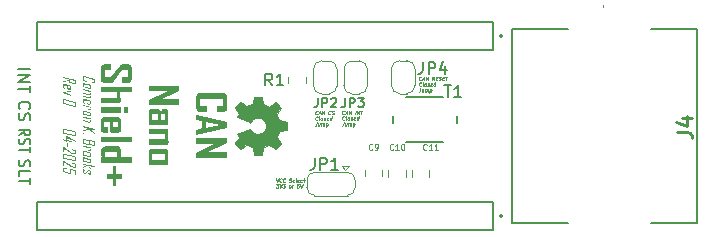
<source format=gbr>
%TF.GenerationSoftware,KiCad,Pcbnew,9.0.1*%
%TF.CreationDate,2025-09-14T13:33:31-04:00*%
%TF.ProjectId,can-nano-shield-fieldbus,63616e2d-6e61-46e6-9f2d-736869656c64,rev?*%
%TF.SameCoordinates,Original*%
%TF.FileFunction,Legend,Top*%
%TF.FilePolarity,Positive*%
%FSLAX46Y46*%
G04 Gerber Fmt 4.6, Leading zero omitted, Abs format (unit mm)*
G04 Created by KiCad (PCBNEW 9.0.1) date 2025-09-14 13:33:31*
%MOMM*%
%LPD*%
G01*
G04 APERTURE LIST*
%ADD10C,0.125000*%
%ADD11C,0.200000*%
%ADD12C,0.075000*%
%ADD13C,0.150000*%
%ADD14C,0.254000*%
%ADD15C,0.036868*%
%ADD16C,0.120000*%
%ADD17C,0.100000*%
%ADD18C,0.152400*%
G04 APERTURE END LIST*
D10*
G36*
X118254256Y-88526770D02*
G01*
X118222314Y-88514724D01*
X118197103Y-88493492D01*
X118180469Y-88465695D01*
X118175000Y-88434813D01*
X118175000Y-88165474D01*
X118180795Y-88136312D01*
X118197103Y-88116626D01*
X118221475Y-88106515D01*
X118254256Y-88107772D01*
X119166503Y-88297426D01*
X119198488Y-88309336D01*
X119223595Y-88330033D01*
X119240259Y-88357325D01*
X119245760Y-88388102D01*
X119245760Y-88657440D01*
X119239973Y-88686711D01*
X119223595Y-88706900D01*
X119199223Y-88717510D01*
X119166503Y-88716425D01*
X118921406Y-88665439D01*
X118921406Y-88571894D01*
X119159787Y-88621476D01*
X119159787Y-88388956D01*
X118260973Y-88202111D01*
X118260973Y-88434630D01*
X118518893Y-88488241D01*
X118518893Y-88581786D01*
X118254256Y-88526770D01*
G37*
G36*
X118250348Y-88687055D02*
G01*
X118482623Y-88735293D01*
X118518726Y-88747987D01*
X118542486Y-88767017D01*
X118556755Y-88792681D01*
X118561880Y-88827250D01*
X118561880Y-89036322D01*
X118765090Y-89078576D01*
X118765090Y-88887517D01*
X118651762Y-88863948D01*
X118651762Y-88777791D01*
X118761182Y-88800567D01*
X118796752Y-88813086D01*
X118820185Y-88831900D01*
X118834275Y-88857319D01*
X118839340Y-88891608D01*
X118839340Y-89105443D01*
X118833994Y-89138368D01*
X118820246Y-89157189D01*
X118797660Y-89166195D01*
X118761182Y-89164061D01*
X118175000Y-89042184D01*
X118175000Y-88954623D01*
X118194539Y-88958714D01*
X118179640Y-88849965D01*
X118173530Y-88773761D01*
X118253157Y-88773761D01*
X118257065Y-88972941D01*
X118491538Y-89021729D01*
X118491538Y-88823342D01*
X118253157Y-88773761D01*
X118173530Y-88773761D01*
X118171092Y-88743353D01*
X118176401Y-88711656D01*
X118190161Y-88693428D01*
X118213049Y-88684697D01*
X118250348Y-88687055D01*
G37*
G36*
X118175000Y-89852765D02*
G01*
X118175000Y-89763922D01*
X118758557Y-89885249D01*
X118750436Y-89689794D01*
X118175000Y-89570176D01*
X118175000Y-89481943D01*
X118758557Y-89603271D01*
X118750436Y-89407754D01*
X118175000Y-89288137D01*
X118175000Y-89199232D01*
X118839340Y-89337351D01*
X118839340Y-89426256D01*
X118816870Y-89421554D01*
X118833661Y-89529326D01*
X118841126Y-89591867D01*
X118843248Y-89636183D01*
X118839627Y-89661551D01*
X118829903Y-89678843D01*
X118814183Y-89690282D01*
X118832257Y-89805626D01*
X118843248Y-89918161D01*
X118837912Y-89950252D01*
X118824109Y-89968680D01*
X118801218Y-89977505D01*
X118763991Y-89975192D01*
X118175000Y-89852765D01*
G37*
G36*
X118254256Y-90031490D02*
G01*
X118760083Y-90136636D01*
X118796239Y-90149318D01*
X118819995Y-90168262D01*
X118834233Y-90193739D01*
X118839340Y-90227983D01*
X118839340Y-90441818D01*
X118833958Y-90474601D01*
X118820081Y-90493380D01*
X118797183Y-90502367D01*
X118760083Y-90500131D01*
X118523656Y-90450977D01*
X118491538Y-90414279D01*
X118491538Y-90373613D01*
X118565788Y-90373613D01*
X118765090Y-90415012D01*
X118765090Y-90223953D01*
X118565788Y-90182554D01*
X118565788Y-90373613D01*
X118491538Y-90373613D01*
X118491538Y-90167105D01*
X118249249Y-90116730D01*
X118249249Y-90307789D01*
X118374302Y-90333801D01*
X118374302Y-90419958D01*
X118252913Y-90394679D01*
X118217474Y-90382198D01*
X118194113Y-90363413D01*
X118180056Y-90338005D01*
X118175000Y-90303698D01*
X118175000Y-90089864D01*
X118180383Y-90057047D01*
X118194264Y-90038252D01*
X118217163Y-90029256D01*
X118254256Y-90031490D01*
G37*
G36*
X118620498Y-90969504D02*
G01*
X118620498Y-90881943D01*
X118757274Y-90910397D01*
X118751901Y-90745534D01*
X118175000Y-90625610D01*
X118175000Y-90536706D01*
X118839340Y-90674825D01*
X118839340Y-90763730D01*
X118818335Y-90759333D01*
X118834211Y-90851474D01*
X118843248Y-90942271D01*
X118837912Y-90974362D01*
X118824109Y-90992791D01*
X118801218Y-91001615D01*
X118763991Y-90999302D01*
X118620498Y-90969504D01*
G37*
G36*
X118254256Y-91016277D02*
G01*
X118760083Y-91121423D01*
X118796239Y-91134105D01*
X118819995Y-91153049D01*
X118834233Y-91178526D01*
X118839340Y-91212770D01*
X118839340Y-91435947D01*
X118833933Y-91469127D01*
X118820013Y-91488106D01*
X118797111Y-91497186D01*
X118760083Y-91494993D01*
X118254256Y-91389846D01*
X118218159Y-91377150D01*
X118194398Y-91358112D01*
X118180126Y-91332430D01*
X118175425Y-91300698D01*
X118253157Y-91300698D01*
X118761182Y-91406333D01*
X118761182Y-91210572D01*
X118253157Y-91104937D01*
X118253157Y-91300698D01*
X118175425Y-91300698D01*
X118175000Y-91297828D01*
X118175000Y-91074651D01*
X118180383Y-91041834D01*
X118194264Y-91023039D01*
X118217163Y-91014044D01*
X118254256Y-91016277D01*
G37*
G36*
X118175000Y-91903855D02*
G01*
X118175000Y-91814951D01*
X118757274Y-91936034D01*
X118751901Y-91739113D01*
X118175000Y-91619190D01*
X118175000Y-91530286D01*
X118839340Y-91668405D01*
X118839340Y-91757310D01*
X118818335Y-91752913D01*
X118834211Y-91861052D01*
X118843248Y-91968580D01*
X118837888Y-92001033D01*
X118824046Y-92019645D01*
X118801151Y-92028555D01*
X118763991Y-92026282D01*
X118175000Y-91903855D01*
G37*
G36*
X118175000Y-92779466D02*
G01*
X118175000Y-92677189D01*
X118687665Y-92542611D01*
X118175000Y-92435999D01*
X118175000Y-92343065D01*
X119245760Y-92565692D01*
X119245760Y-92658627D01*
X118762831Y-92558182D01*
X119245760Y-92877774D01*
X119245760Y-92978646D01*
X119239654Y-92977364D01*
X118727965Y-92634508D01*
X118175000Y-92779466D01*
G37*
G36*
X118175000Y-92962282D02*
G01*
X118175000Y-92860738D01*
X118296144Y-92885895D01*
X118296144Y-92987439D01*
X118175000Y-92962282D01*
G37*
G36*
X119245760Y-93609098D02*
G01*
X119245760Y-93951221D01*
X119239951Y-93980378D01*
X119223595Y-94000070D01*
X119199275Y-94010179D01*
X119166503Y-94008923D01*
X118816992Y-93936261D01*
X118800004Y-93929159D01*
X118783953Y-93914231D01*
X118768510Y-93888817D01*
X118737735Y-93808888D01*
X118703541Y-93880635D01*
X118691591Y-93898070D01*
X118677069Y-93906019D01*
X118658478Y-93905975D01*
X118254256Y-93821955D01*
X118222260Y-93810048D01*
X118197103Y-93789349D01*
X118180488Y-93762062D01*
X118175000Y-93731280D01*
X118175000Y-93729815D01*
X118260973Y-93729815D01*
X118631734Y-93806873D01*
X118682554Y-93741477D01*
X118776814Y-93741477D01*
X118840500Y-93847601D01*
X119159787Y-93913974D01*
X119159787Y-93684141D01*
X118776814Y-93604518D01*
X118776814Y-93741477D01*
X118682554Y-93741477D01*
X118694748Y-93725785D01*
X118694748Y-93587482D01*
X118260973Y-93497296D01*
X118260973Y-93729815D01*
X118175000Y-93729815D01*
X118175000Y-93386470D01*
X119245760Y-93609098D01*
G37*
G36*
X118620498Y-94402582D02*
G01*
X118620498Y-94315021D01*
X118757274Y-94343475D01*
X118751901Y-94178611D01*
X118175000Y-94058688D01*
X118175000Y-93969783D01*
X118839340Y-94107903D01*
X118839340Y-94196807D01*
X118818335Y-94192411D01*
X118834211Y-94284551D01*
X118843248Y-94375349D01*
X118837912Y-94407440D01*
X118824109Y-94425868D01*
X118801218Y-94434693D01*
X118763991Y-94432379D01*
X118620498Y-94402582D01*
G37*
G36*
X118254256Y-94449354D02*
G01*
X118760083Y-94554501D01*
X118796239Y-94567182D01*
X118819995Y-94586126D01*
X118834233Y-94611604D01*
X118839340Y-94645848D01*
X118839340Y-94869025D01*
X118833933Y-94902205D01*
X118820013Y-94921183D01*
X118797111Y-94930264D01*
X118760083Y-94928070D01*
X118254256Y-94822924D01*
X118218159Y-94810228D01*
X118194398Y-94791189D01*
X118180126Y-94765507D01*
X118175425Y-94733775D01*
X118253157Y-94733775D01*
X118761182Y-94839410D01*
X118761182Y-94643649D01*
X118253157Y-94538014D01*
X118253157Y-94733775D01*
X118175425Y-94733775D01*
X118175000Y-94730905D01*
X118175000Y-94507728D01*
X118180383Y-94474911D01*
X118194264Y-94456116D01*
X118217163Y-94447121D01*
X118254256Y-94449354D01*
G37*
G36*
X118254256Y-94979850D02*
G01*
X118760083Y-95084996D01*
X118796239Y-95097678D01*
X118819995Y-95116622D01*
X118834233Y-95142099D01*
X118839340Y-95176343D01*
X118839340Y-95399520D01*
X118833933Y-95432700D01*
X118820013Y-95451679D01*
X118797111Y-95460759D01*
X118760083Y-95458566D01*
X118254256Y-95353419D01*
X118218159Y-95340723D01*
X118194398Y-95321685D01*
X118180126Y-95296002D01*
X118175425Y-95264270D01*
X118253157Y-95264270D01*
X118761182Y-95369906D01*
X118761182Y-95174145D01*
X118253157Y-95068510D01*
X118253157Y-95264270D01*
X118175425Y-95264270D01*
X118175000Y-95261401D01*
X118175000Y-95038224D01*
X118180383Y-95005407D01*
X118194264Y-94986612D01*
X118217163Y-94977617D01*
X118254256Y-94979850D01*
G37*
G36*
X118175000Y-95858758D02*
G01*
X118175000Y-95761854D01*
X118514924Y-95653410D01*
X118175000Y-95582763D01*
X118175000Y-95493859D01*
X119245760Y-95716486D01*
X119245760Y-95805391D01*
X118566154Y-95664096D01*
X118839340Y-95887945D01*
X118839340Y-95983505D01*
X118836592Y-95982955D01*
X118544295Y-95733034D01*
X118175000Y-95858758D01*
G37*
G36*
X118254256Y-96329475D02*
G01*
X118218154Y-96316780D01*
X118194393Y-96297750D01*
X118180125Y-96272086D01*
X118175000Y-96237517D01*
X118175000Y-96033635D01*
X118180405Y-96000488D01*
X118194321Y-95981526D01*
X118217222Y-95972454D01*
X118254256Y-95974651D01*
X118401657Y-96005303D01*
X118401657Y-96092864D01*
X118253157Y-96061968D01*
X118253157Y-96241669D01*
X118386086Y-96269330D01*
X118580443Y-96077172D01*
X118600160Y-96063002D01*
X118623309Y-96056733D01*
X118651517Y-96058609D01*
X118760083Y-96081202D01*
X118796186Y-96093896D01*
X118819946Y-96112926D01*
X118834215Y-96138590D01*
X118839340Y-96173159D01*
X118839340Y-96374232D01*
X118833933Y-96407412D01*
X118820013Y-96426391D01*
X118797111Y-96435471D01*
X118760083Y-96433278D01*
X118632222Y-96406716D01*
X118632222Y-96320499D01*
X118761182Y-96347304D01*
X118761182Y-96167603D01*
X118644678Y-96143362D01*
X118450322Y-96337474D01*
X118431047Y-96351267D01*
X118407535Y-96357353D01*
X118377904Y-96355181D01*
X118254256Y-96329475D01*
G37*
G36*
X116495000Y-88613050D02*
G01*
X116495000Y-88515475D01*
X117069764Y-88440492D01*
X117088998Y-88457223D01*
X117088998Y-88622881D01*
X117479787Y-88704153D01*
X117479787Y-88465649D01*
X116495000Y-88260913D01*
X116495000Y-88167978D01*
X117565760Y-88390606D01*
X117565760Y-88740789D01*
X117559951Y-88769946D01*
X117543595Y-88789638D01*
X117519275Y-88799747D01*
X117486503Y-88798491D01*
X117086189Y-88715266D01*
X117052048Y-88702039D01*
X117028141Y-88679517D01*
X117012747Y-88645971D01*
X117006933Y-88597174D01*
X117007971Y-88567987D01*
X117009009Y-88540144D01*
X116495000Y-88613050D01*
G37*
G36*
X116574256Y-88770709D02*
G01*
X117080083Y-88875855D01*
X117116239Y-88888537D01*
X117139995Y-88907481D01*
X117154233Y-88932958D01*
X117159340Y-88967202D01*
X117159340Y-89181037D01*
X117153958Y-89213821D01*
X117140081Y-89232599D01*
X117117183Y-89241586D01*
X117080083Y-89239350D01*
X116843656Y-89190196D01*
X116811538Y-89153498D01*
X116811538Y-89112832D01*
X116885788Y-89112832D01*
X117085090Y-89154231D01*
X117085090Y-88963172D01*
X116885788Y-88921773D01*
X116885788Y-89112832D01*
X116811538Y-89112832D01*
X116811538Y-88906325D01*
X116569249Y-88855950D01*
X116569249Y-89047009D01*
X116694302Y-89073020D01*
X116694302Y-89159177D01*
X116572913Y-89133898D01*
X116537474Y-89121417D01*
X116514113Y-89102633D01*
X116500056Y-89077224D01*
X116495000Y-89042917D01*
X116495000Y-88829083D01*
X116500383Y-88796266D01*
X116514264Y-88777471D01*
X116537163Y-88768476D01*
X116574256Y-88770709D01*
G37*
G36*
X117159340Y-89780226D02*
G01*
X116495000Y-89481089D01*
X116495000Y-89400245D01*
X117159340Y-89376675D01*
X117159340Y-89468266D01*
X116635683Y-89470281D01*
X117159340Y-89691382D01*
X117159340Y-89780226D01*
G37*
G36*
X116574256Y-90062204D02*
G01*
X117486503Y-90251858D01*
X117518488Y-90263768D01*
X117543595Y-90284465D01*
X117560259Y-90311757D01*
X117565760Y-90342534D01*
X117565760Y-90619871D01*
X117559973Y-90649142D01*
X117543595Y-90669331D01*
X117519223Y-90679941D01*
X117486503Y-90678856D01*
X116574256Y-90489201D01*
X116542314Y-90477155D01*
X116517103Y-90455923D01*
X116500469Y-90428126D01*
X116495087Y-90397733D01*
X116580973Y-90397733D01*
X117479787Y-90584578D01*
X117479787Y-90343388D01*
X116580973Y-90156543D01*
X116580973Y-90397733D01*
X116495087Y-90397733D01*
X116495000Y-90397244D01*
X116495000Y-90119906D01*
X116500795Y-90090744D01*
X116517103Y-90071058D01*
X116541475Y-90060947D01*
X116574256Y-90062204D01*
G37*
G36*
X116574256Y-92584744D02*
G01*
X117486503Y-92774399D01*
X117518488Y-92786308D01*
X117543595Y-92807005D01*
X117560259Y-92834297D01*
X117565760Y-92865074D01*
X117565760Y-93142412D01*
X117559973Y-93171682D01*
X117543595Y-93191871D01*
X117519223Y-93202482D01*
X117486503Y-93201396D01*
X116574256Y-93011742D01*
X116542314Y-92999695D01*
X116517103Y-92978463D01*
X116500469Y-92950667D01*
X116495087Y-92920273D01*
X116580973Y-92920273D01*
X117479787Y-93107118D01*
X117479787Y-92865929D01*
X116580973Y-92679083D01*
X116580973Y-92920273D01*
X116495087Y-92920273D01*
X116495000Y-92919784D01*
X116495000Y-92642446D01*
X116500795Y-92613284D01*
X116517103Y-92593598D01*
X116541475Y-92583487D01*
X116574256Y-92584744D01*
G37*
G36*
X116772459Y-93641278D02*
G01*
X116772459Y-93561776D01*
X116495000Y-93504074D01*
X116495000Y-93416513D01*
X116772459Y-93474215D01*
X116772459Y-93178865D01*
X116821125Y-93188940D01*
X117565760Y-93597070D01*
X117565760Y-93684631D01*
X117561669Y-93683776D01*
X116854525Y-93296162D01*
X116854525Y-93491251D01*
X117245314Y-93572523D01*
X117245314Y-93660084D01*
X116854525Y-93578812D01*
X116854525Y-93658313D01*
X116772459Y-93641278D01*
G37*
G36*
X116858433Y-94042813D02*
G01*
X116858433Y-93767551D01*
X116944406Y-93785442D01*
X116944406Y-94060704D01*
X116858433Y-94042813D01*
G37*
G36*
X116495000Y-94512553D02*
G01*
X116495000Y-94097584D01*
X116545802Y-94108148D01*
X117225469Y-94569522D01*
X117479787Y-94622401D01*
X117479787Y-94409238D01*
X117241406Y-94359657D01*
X117241406Y-94266112D01*
X117486503Y-94317097D01*
X117518488Y-94329007D01*
X117543595Y-94349704D01*
X117560259Y-94376996D01*
X117565760Y-94407773D01*
X117565760Y-94659648D01*
X117559951Y-94688805D01*
X117543595Y-94708497D01*
X117519275Y-94718606D01*
X117486503Y-94717350D01*
X117263387Y-94670944D01*
X117222083Y-94656865D01*
X117169781Y-94626797D01*
X116580973Y-94227766D01*
X116580973Y-94530444D01*
X116495000Y-94512553D01*
G37*
G36*
X116574256Y-94686209D02*
G01*
X117486503Y-94875864D01*
X117518488Y-94887774D01*
X117543595Y-94908470D01*
X117560259Y-94935762D01*
X117565760Y-94966539D01*
X117565760Y-95243877D01*
X117559973Y-95273148D01*
X117543595Y-95293336D01*
X117519223Y-95303947D01*
X117486503Y-95302862D01*
X116574256Y-95113207D01*
X116542314Y-95101161D01*
X116517103Y-95079929D01*
X116500469Y-95052132D01*
X116495086Y-95021738D01*
X116580973Y-95021738D01*
X117479787Y-95208584D01*
X117479787Y-94967394D01*
X116580973Y-94780548D01*
X116580973Y-95021738D01*
X116495086Y-95021738D01*
X116495000Y-95021250D01*
X116495000Y-94743912D01*
X116500795Y-94714749D01*
X116517103Y-94695063D01*
X116541475Y-94684952D01*
X116574256Y-94686209D01*
G37*
G36*
X116495000Y-95666356D02*
G01*
X116495000Y-95251387D01*
X116545802Y-95261951D01*
X117225469Y-95723326D01*
X117479787Y-95776204D01*
X117479787Y-95563041D01*
X117241406Y-95513460D01*
X117241406Y-95419915D01*
X117486503Y-95470901D01*
X117518488Y-95482810D01*
X117543595Y-95503507D01*
X117560259Y-95530799D01*
X117565760Y-95561576D01*
X117565760Y-95813451D01*
X117559951Y-95842608D01*
X117543595Y-95862300D01*
X117519275Y-95872409D01*
X117486503Y-95871154D01*
X117263387Y-95824748D01*
X117222083Y-95810669D01*
X117169781Y-95780601D01*
X116580973Y-95381569D01*
X116580973Y-95684247D01*
X116495000Y-95666356D01*
G37*
G36*
X116574256Y-96242281D02*
G01*
X116542260Y-96230373D01*
X116517103Y-96209674D01*
X116500489Y-96182438D01*
X116495000Y-96151667D01*
X116495000Y-95894357D01*
X116500808Y-95865263D01*
X116517103Y-95845875D01*
X116541447Y-95836037D01*
X116574256Y-95837387D01*
X116838893Y-95892403D01*
X116838893Y-95985276D01*
X116580973Y-95931665D01*
X116580973Y-96150812D01*
X117081182Y-96254798D01*
X117081182Y-95945403D01*
X117565760Y-96058244D01*
X117565760Y-96440423D01*
X117479787Y-96422532D01*
X117479787Y-96131211D01*
X117167156Y-96054885D01*
X117167156Y-96291435D01*
X117161665Y-96320769D01*
X117146395Y-96340527D01*
X117123517Y-96350949D01*
X117092906Y-96350114D01*
X116574256Y-96242281D01*
G37*
D11*
X112828019Y-90866101D02*
X112780400Y-90818482D01*
X112780400Y-90818482D02*
X112732780Y-90675625D01*
X112732780Y-90675625D02*
X112732780Y-90580387D01*
X112732780Y-90580387D02*
X112780400Y-90437530D01*
X112780400Y-90437530D02*
X112875638Y-90342292D01*
X112875638Y-90342292D02*
X112970876Y-90294673D01*
X112970876Y-90294673D02*
X113161352Y-90247054D01*
X113161352Y-90247054D02*
X113304209Y-90247054D01*
X113304209Y-90247054D02*
X113494685Y-90294673D01*
X113494685Y-90294673D02*
X113589923Y-90342292D01*
X113589923Y-90342292D02*
X113685161Y-90437530D01*
X113685161Y-90437530D02*
X113732780Y-90580387D01*
X113732780Y-90580387D02*
X113732780Y-90675625D01*
X113732780Y-90675625D02*
X113685161Y-90818482D01*
X113685161Y-90818482D02*
X113637542Y-90866101D01*
X112780400Y-91247054D02*
X112732780Y-91389911D01*
X112732780Y-91389911D02*
X112732780Y-91628006D01*
X112732780Y-91628006D02*
X112780400Y-91723244D01*
X112780400Y-91723244D02*
X112828019Y-91770863D01*
X112828019Y-91770863D02*
X112923257Y-91818482D01*
X112923257Y-91818482D02*
X113018495Y-91818482D01*
X113018495Y-91818482D02*
X113113733Y-91770863D01*
X113113733Y-91770863D02*
X113161352Y-91723244D01*
X113161352Y-91723244D02*
X113208971Y-91628006D01*
X113208971Y-91628006D02*
X113256590Y-91437530D01*
X113256590Y-91437530D02*
X113304209Y-91342292D01*
X113304209Y-91342292D02*
X113351828Y-91294673D01*
X113351828Y-91294673D02*
X113447066Y-91247054D01*
X113447066Y-91247054D02*
X113542304Y-91247054D01*
X113542304Y-91247054D02*
X113637542Y-91294673D01*
X113637542Y-91294673D02*
X113685161Y-91342292D01*
X113685161Y-91342292D02*
X113732780Y-91437530D01*
X113732780Y-91437530D02*
X113732780Y-91675625D01*
X113732780Y-91675625D02*
X113685161Y-91818482D01*
D12*
X140303984Y-91284848D02*
X140287913Y-91299134D01*
X140287913Y-91299134D02*
X140243270Y-91313419D01*
X140243270Y-91313419D02*
X140214699Y-91313419D01*
X140214699Y-91313419D02*
X140173627Y-91299134D01*
X140173627Y-91299134D02*
X140148627Y-91270562D01*
X140148627Y-91270562D02*
X140137913Y-91241991D01*
X140137913Y-91241991D02*
X140130770Y-91184848D01*
X140130770Y-91184848D02*
X140136127Y-91141991D01*
X140136127Y-91141991D02*
X140157556Y-91084848D01*
X140157556Y-91084848D02*
X140175413Y-91056276D01*
X140175413Y-91056276D02*
X140207556Y-91027705D01*
X140207556Y-91027705D02*
X140252199Y-91013419D01*
X140252199Y-91013419D02*
X140280770Y-91013419D01*
X140280770Y-91013419D02*
X140321842Y-91027705D01*
X140321842Y-91027705D02*
X140334342Y-91041991D01*
X140425413Y-91227705D02*
X140568270Y-91227705D01*
X140386127Y-91313419D02*
X140523627Y-91013419D01*
X140523627Y-91013419D02*
X140586127Y-91313419D01*
X140686127Y-91313419D02*
X140723627Y-91013419D01*
X140723627Y-91013419D02*
X140857556Y-91313419D01*
X140857556Y-91313419D02*
X140895056Y-91013419D01*
X141228984Y-91313419D02*
X141266484Y-91013419D01*
X141371841Y-91313419D02*
X141409341Y-91013419D01*
X141409341Y-91013419D02*
X141543270Y-91313419D01*
X141543270Y-91313419D02*
X141580770Y-91013419D01*
X141680770Y-91013419D02*
X141852199Y-91013419D01*
X141728985Y-91313419D02*
X141766485Y-91013419D01*
X140303984Y-91767831D02*
X140287913Y-91782117D01*
X140287913Y-91782117D02*
X140243270Y-91796402D01*
X140243270Y-91796402D02*
X140214699Y-91796402D01*
X140214699Y-91796402D02*
X140173627Y-91782117D01*
X140173627Y-91782117D02*
X140148627Y-91753545D01*
X140148627Y-91753545D02*
X140137913Y-91724974D01*
X140137913Y-91724974D02*
X140130770Y-91667831D01*
X140130770Y-91667831D02*
X140136127Y-91624974D01*
X140136127Y-91624974D02*
X140157556Y-91567831D01*
X140157556Y-91567831D02*
X140175413Y-91539259D01*
X140175413Y-91539259D02*
X140207556Y-91510688D01*
X140207556Y-91510688D02*
X140252199Y-91496402D01*
X140252199Y-91496402D02*
X140280770Y-91496402D01*
X140280770Y-91496402D02*
X140321842Y-91510688D01*
X140321842Y-91510688D02*
X140334342Y-91524974D01*
X140471842Y-91796402D02*
X140445056Y-91782117D01*
X140445056Y-91782117D02*
X140434342Y-91753545D01*
X140434342Y-91753545D02*
X140466484Y-91496402D01*
X140628985Y-91796402D02*
X140602199Y-91782117D01*
X140602199Y-91782117D02*
X140589699Y-91767831D01*
X140589699Y-91767831D02*
X140578985Y-91739259D01*
X140578985Y-91739259D02*
X140589699Y-91653545D01*
X140589699Y-91653545D02*
X140607556Y-91624974D01*
X140607556Y-91624974D02*
X140623627Y-91610688D01*
X140623627Y-91610688D02*
X140653985Y-91596402D01*
X140653985Y-91596402D02*
X140696842Y-91596402D01*
X140696842Y-91596402D02*
X140723627Y-91610688D01*
X140723627Y-91610688D02*
X140736127Y-91624974D01*
X140736127Y-91624974D02*
X140746842Y-91653545D01*
X140746842Y-91653545D02*
X140736127Y-91739259D01*
X140736127Y-91739259D02*
X140718270Y-91767831D01*
X140718270Y-91767831D02*
X140702199Y-91782117D01*
X140702199Y-91782117D02*
X140671842Y-91796402D01*
X140671842Y-91796402D02*
X140628985Y-91796402D01*
X140845056Y-91782117D02*
X140871842Y-91796402D01*
X140871842Y-91796402D02*
X140928985Y-91796402D01*
X140928985Y-91796402D02*
X140959342Y-91782117D01*
X140959342Y-91782117D02*
X140977199Y-91753545D01*
X140977199Y-91753545D02*
X140978985Y-91739259D01*
X140978985Y-91739259D02*
X140968271Y-91710688D01*
X140968271Y-91710688D02*
X140941485Y-91696402D01*
X140941485Y-91696402D02*
X140898628Y-91696402D01*
X140898628Y-91696402D02*
X140871842Y-91682117D01*
X140871842Y-91682117D02*
X140861128Y-91653545D01*
X140861128Y-91653545D02*
X140862914Y-91639259D01*
X140862914Y-91639259D02*
X140880771Y-91610688D01*
X140880771Y-91610688D02*
X140911128Y-91596402D01*
X140911128Y-91596402D02*
X140953985Y-91596402D01*
X140953985Y-91596402D02*
X140980771Y-91610688D01*
X141216485Y-91782117D02*
X141186128Y-91796402D01*
X141186128Y-91796402D02*
X141128985Y-91796402D01*
X141128985Y-91796402D02*
X141102199Y-91782117D01*
X141102199Y-91782117D02*
X141091485Y-91753545D01*
X141091485Y-91753545D02*
X141105771Y-91639259D01*
X141105771Y-91639259D02*
X141123628Y-91610688D01*
X141123628Y-91610688D02*
X141153985Y-91596402D01*
X141153985Y-91596402D02*
X141211128Y-91596402D01*
X141211128Y-91596402D02*
X141237913Y-91610688D01*
X141237913Y-91610688D02*
X141248628Y-91639259D01*
X141248628Y-91639259D02*
X141245056Y-91667831D01*
X141245056Y-91667831D02*
X141098628Y-91696402D01*
X141486128Y-91796402D02*
X141523628Y-91496402D01*
X141487914Y-91782117D02*
X141457556Y-91796402D01*
X141457556Y-91796402D02*
X141400414Y-91796402D01*
X141400414Y-91796402D02*
X141373628Y-91782117D01*
X141373628Y-91782117D02*
X141361128Y-91767831D01*
X141361128Y-91767831D02*
X141350414Y-91739259D01*
X141350414Y-91739259D02*
X141361128Y-91653545D01*
X141361128Y-91653545D02*
X141378985Y-91624974D01*
X141378985Y-91624974D02*
X141395056Y-91610688D01*
X141395056Y-91610688D02*
X141425414Y-91596402D01*
X141425414Y-91596402D02*
X141482556Y-91596402D01*
X141482556Y-91596402D02*
X141509342Y-91610688D01*
X140252199Y-91979385D02*
X140225413Y-92193671D01*
X140225413Y-92193671D02*
X140205770Y-92236528D01*
X140205770Y-92236528D02*
X140173627Y-92265100D01*
X140173627Y-92265100D02*
X140128984Y-92279385D01*
X140128984Y-92279385D02*
X140100413Y-92279385D01*
X140511127Y-92079385D02*
X140486127Y-92279385D01*
X140382555Y-92079385D02*
X140362913Y-92236528D01*
X140362913Y-92236528D02*
X140373627Y-92265100D01*
X140373627Y-92265100D02*
X140400413Y-92279385D01*
X140400413Y-92279385D02*
X140443270Y-92279385D01*
X140443270Y-92279385D02*
X140473627Y-92265100D01*
X140473627Y-92265100D02*
X140489698Y-92250814D01*
X140628984Y-92279385D02*
X140653984Y-92079385D01*
X140650413Y-92107957D02*
X140666484Y-92093671D01*
X140666484Y-92093671D02*
X140696842Y-92079385D01*
X140696842Y-92079385D02*
X140739699Y-92079385D01*
X140739699Y-92079385D02*
X140766484Y-92093671D01*
X140766484Y-92093671D02*
X140777199Y-92122242D01*
X140777199Y-92122242D02*
X140757556Y-92279385D01*
X140777199Y-92122242D02*
X140795056Y-92093671D01*
X140795056Y-92093671D02*
X140825413Y-92079385D01*
X140825413Y-92079385D02*
X140868270Y-92079385D01*
X140868270Y-92079385D02*
X140895056Y-92093671D01*
X140895056Y-92093671D02*
X140905770Y-92122242D01*
X140905770Y-92122242D02*
X140886127Y-92279385D01*
X141053984Y-92079385D02*
X141016484Y-92379385D01*
X141052199Y-92093671D02*
X141082556Y-92079385D01*
X141082556Y-92079385D02*
X141139699Y-92079385D01*
X141139699Y-92079385D02*
X141166484Y-92093671D01*
X141166484Y-92093671D02*
X141178984Y-92107957D01*
X141178984Y-92107957D02*
X141189699Y-92136528D01*
X141189699Y-92136528D02*
X141178984Y-92222242D01*
X141178984Y-92222242D02*
X141161127Y-92250814D01*
X141161127Y-92250814D02*
X141145056Y-92265100D01*
X141145056Y-92265100D02*
X141114699Y-92279385D01*
X141114699Y-92279385D02*
X141057556Y-92279385D01*
X141057556Y-92279385D02*
X141030770Y-92265100D01*
X134553627Y-96756402D02*
X134616127Y-97056402D01*
X134616127Y-97056402D02*
X134753627Y-96756402D01*
X134991127Y-97027831D02*
X134975056Y-97042117D01*
X134975056Y-97042117D02*
X134930413Y-97056402D01*
X134930413Y-97056402D02*
X134901842Y-97056402D01*
X134901842Y-97056402D02*
X134860770Y-97042117D01*
X134860770Y-97042117D02*
X134835770Y-97013545D01*
X134835770Y-97013545D02*
X134825056Y-96984974D01*
X134825056Y-96984974D02*
X134817913Y-96927831D01*
X134817913Y-96927831D02*
X134823270Y-96884974D01*
X134823270Y-96884974D02*
X134844699Y-96827831D01*
X134844699Y-96827831D02*
X134862556Y-96799259D01*
X134862556Y-96799259D02*
X134894699Y-96770688D01*
X134894699Y-96770688D02*
X134939342Y-96756402D01*
X134939342Y-96756402D02*
X134967913Y-96756402D01*
X134967913Y-96756402D02*
X135008985Y-96770688D01*
X135008985Y-96770688D02*
X135021485Y-96784974D01*
X135291127Y-97027831D02*
X135275056Y-97042117D01*
X135275056Y-97042117D02*
X135230413Y-97056402D01*
X135230413Y-97056402D02*
X135201842Y-97056402D01*
X135201842Y-97056402D02*
X135160770Y-97042117D01*
X135160770Y-97042117D02*
X135135770Y-97013545D01*
X135135770Y-97013545D02*
X135125056Y-96984974D01*
X135125056Y-96984974D02*
X135117913Y-96927831D01*
X135117913Y-96927831D02*
X135123270Y-96884974D01*
X135123270Y-96884974D02*
X135144699Y-96827831D01*
X135144699Y-96827831D02*
X135162556Y-96799259D01*
X135162556Y-96799259D02*
X135194699Y-96770688D01*
X135194699Y-96770688D02*
X135239342Y-96756402D01*
X135239342Y-96756402D02*
X135267913Y-96756402D01*
X135267913Y-96756402D02*
X135308985Y-96770688D01*
X135308985Y-96770688D02*
X135321485Y-96784974D01*
X135632198Y-97042117D02*
X135673270Y-97056402D01*
X135673270Y-97056402D02*
X135744698Y-97056402D01*
X135744698Y-97056402D02*
X135775056Y-97042117D01*
X135775056Y-97042117D02*
X135791127Y-97027831D01*
X135791127Y-97027831D02*
X135808984Y-96999259D01*
X135808984Y-96999259D02*
X135812556Y-96970688D01*
X135812556Y-96970688D02*
X135801841Y-96942117D01*
X135801841Y-96942117D02*
X135789341Y-96927831D01*
X135789341Y-96927831D02*
X135762556Y-96913545D01*
X135762556Y-96913545D02*
X135707198Y-96899259D01*
X135707198Y-96899259D02*
X135680413Y-96884974D01*
X135680413Y-96884974D02*
X135667913Y-96870688D01*
X135667913Y-96870688D02*
X135657198Y-96842117D01*
X135657198Y-96842117D02*
X135660770Y-96813545D01*
X135660770Y-96813545D02*
X135678627Y-96784974D01*
X135678627Y-96784974D02*
X135694698Y-96770688D01*
X135694698Y-96770688D02*
X135725056Y-96756402D01*
X135725056Y-96756402D02*
X135796484Y-96756402D01*
X135796484Y-96756402D02*
X135837556Y-96770688D01*
X136046484Y-97042117D02*
X136016127Y-97056402D01*
X136016127Y-97056402D02*
X135958984Y-97056402D01*
X135958984Y-97056402D02*
X135932198Y-97042117D01*
X135932198Y-97042117D02*
X135921484Y-97013545D01*
X135921484Y-97013545D02*
X135935770Y-96899259D01*
X135935770Y-96899259D02*
X135953627Y-96870688D01*
X135953627Y-96870688D02*
X135983984Y-96856402D01*
X135983984Y-96856402D02*
X136041127Y-96856402D01*
X136041127Y-96856402D02*
X136067912Y-96870688D01*
X136067912Y-96870688D02*
X136078627Y-96899259D01*
X136078627Y-96899259D02*
X136075055Y-96927831D01*
X136075055Y-96927831D02*
X135928627Y-96956402D01*
X136230413Y-97056402D02*
X136203627Y-97042117D01*
X136203627Y-97042117D02*
X136192913Y-97013545D01*
X136192913Y-97013545D02*
X136225055Y-96756402D01*
X136460770Y-97042117D02*
X136430413Y-97056402D01*
X136430413Y-97056402D02*
X136373270Y-97056402D01*
X136373270Y-97056402D02*
X136346484Y-97042117D01*
X136346484Y-97042117D02*
X136335770Y-97013545D01*
X136335770Y-97013545D02*
X136350056Y-96899259D01*
X136350056Y-96899259D02*
X136367913Y-96870688D01*
X136367913Y-96870688D02*
X136398270Y-96856402D01*
X136398270Y-96856402D02*
X136455413Y-96856402D01*
X136455413Y-96856402D02*
X136482198Y-96870688D01*
X136482198Y-96870688D02*
X136492913Y-96899259D01*
X136492913Y-96899259D02*
X136489341Y-96927831D01*
X136489341Y-96927831D02*
X136342913Y-96956402D01*
X136732199Y-97042117D02*
X136701841Y-97056402D01*
X136701841Y-97056402D02*
X136644699Y-97056402D01*
X136644699Y-97056402D02*
X136617913Y-97042117D01*
X136617913Y-97042117D02*
X136605413Y-97027831D01*
X136605413Y-97027831D02*
X136594699Y-96999259D01*
X136594699Y-96999259D02*
X136605413Y-96913545D01*
X136605413Y-96913545D02*
X136623270Y-96884974D01*
X136623270Y-96884974D02*
X136639341Y-96870688D01*
X136639341Y-96870688D02*
X136669699Y-96856402D01*
X136669699Y-96856402D02*
X136726841Y-96856402D01*
X136726841Y-96856402D02*
X136753627Y-96870688D01*
X136841127Y-96856402D02*
X136955413Y-96856402D01*
X136896484Y-96756402D02*
X136864342Y-97013545D01*
X136864342Y-97013545D02*
X136875056Y-97042117D01*
X136875056Y-97042117D02*
X136901842Y-97056402D01*
X136901842Y-97056402D02*
X136930413Y-97056402D01*
X134567913Y-97239385D02*
X134753627Y-97239385D01*
X134753627Y-97239385D02*
X134639342Y-97353671D01*
X134639342Y-97353671D02*
X134682199Y-97353671D01*
X134682199Y-97353671D02*
X134708984Y-97367957D01*
X134708984Y-97367957D02*
X134721484Y-97382242D01*
X134721484Y-97382242D02*
X134732199Y-97410814D01*
X134732199Y-97410814D02*
X134723270Y-97482242D01*
X134723270Y-97482242D02*
X134705413Y-97510814D01*
X134705413Y-97510814D02*
X134689342Y-97525100D01*
X134689342Y-97525100D02*
X134658984Y-97539385D01*
X134658984Y-97539385D02*
X134573270Y-97539385D01*
X134573270Y-97539385D02*
X134546484Y-97525100D01*
X134546484Y-97525100D02*
X134533984Y-97510814D01*
X134839341Y-97239385D02*
X134901841Y-97539385D01*
X134901841Y-97539385D02*
X135039341Y-97239385D01*
X135110770Y-97239385D02*
X135296484Y-97239385D01*
X135296484Y-97239385D02*
X135182199Y-97353671D01*
X135182199Y-97353671D02*
X135225056Y-97353671D01*
X135225056Y-97353671D02*
X135251841Y-97367957D01*
X135251841Y-97367957D02*
X135264341Y-97382242D01*
X135264341Y-97382242D02*
X135275056Y-97410814D01*
X135275056Y-97410814D02*
X135266127Y-97482242D01*
X135266127Y-97482242D02*
X135248270Y-97510814D01*
X135248270Y-97510814D02*
X135232199Y-97525100D01*
X135232199Y-97525100D02*
X135201841Y-97539385D01*
X135201841Y-97539385D02*
X135116127Y-97539385D01*
X135116127Y-97539385D02*
X135089341Y-97525100D01*
X135089341Y-97525100D02*
X135076841Y-97510814D01*
X135658984Y-97539385D02*
X135632198Y-97525100D01*
X135632198Y-97525100D02*
X135619698Y-97510814D01*
X135619698Y-97510814D02*
X135608984Y-97482242D01*
X135608984Y-97482242D02*
X135619698Y-97396528D01*
X135619698Y-97396528D02*
X135637555Y-97367957D01*
X135637555Y-97367957D02*
X135653626Y-97353671D01*
X135653626Y-97353671D02*
X135683984Y-97339385D01*
X135683984Y-97339385D02*
X135726841Y-97339385D01*
X135726841Y-97339385D02*
X135753626Y-97353671D01*
X135753626Y-97353671D02*
X135766126Y-97367957D01*
X135766126Y-97367957D02*
X135776841Y-97396528D01*
X135776841Y-97396528D02*
X135766126Y-97482242D01*
X135766126Y-97482242D02*
X135748269Y-97510814D01*
X135748269Y-97510814D02*
X135732198Y-97525100D01*
X135732198Y-97525100D02*
X135701841Y-97539385D01*
X135701841Y-97539385D02*
X135658984Y-97539385D01*
X135887555Y-97539385D02*
X135912555Y-97339385D01*
X135905413Y-97396528D02*
X135923270Y-97367957D01*
X135923270Y-97367957D02*
X135939341Y-97353671D01*
X135939341Y-97353671D02*
X135969698Y-97339385D01*
X135969698Y-97339385D02*
X135998270Y-97339385D01*
X136482198Y-97239385D02*
X136339340Y-97239385D01*
X136339340Y-97239385D02*
X136307198Y-97382242D01*
X136307198Y-97382242D02*
X136323269Y-97367957D01*
X136323269Y-97367957D02*
X136353626Y-97353671D01*
X136353626Y-97353671D02*
X136425055Y-97353671D01*
X136425055Y-97353671D02*
X136451840Y-97367957D01*
X136451840Y-97367957D02*
X136464340Y-97382242D01*
X136464340Y-97382242D02*
X136475055Y-97410814D01*
X136475055Y-97410814D02*
X136466126Y-97482242D01*
X136466126Y-97482242D02*
X136448269Y-97510814D01*
X136448269Y-97510814D02*
X136432198Y-97525100D01*
X136432198Y-97525100D02*
X136401840Y-97539385D01*
X136401840Y-97539385D02*
X136330412Y-97539385D01*
X136330412Y-97539385D02*
X136303626Y-97525100D01*
X136303626Y-97525100D02*
X136291126Y-97510814D01*
X136582197Y-97239385D02*
X136644697Y-97539385D01*
X136644697Y-97539385D02*
X136782197Y-97239385D01*
D11*
X112707780Y-87519673D02*
X113707780Y-87519673D01*
X112707780Y-87995863D02*
X113707780Y-87995863D01*
X113707780Y-87995863D02*
X112707780Y-88567291D01*
X112707780Y-88567291D02*
X113707780Y-88567291D01*
X113707780Y-88900625D02*
X113707780Y-89472053D01*
X112707780Y-89186339D02*
X113707780Y-89186339D01*
G36*
X128000258Y-91091190D02*
G01*
X127910434Y-91072436D01*
X127850224Y-91021312D01*
X127811812Y-90934983D01*
X127797000Y-90798099D01*
X127797000Y-89798107D01*
X127811628Y-89665776D01*
X127849739Y-89581824D01*
X127909917Y-89531732D01*
X128000258Y-89513259D01*
X130163566Y-89513259D01*
X130253907Y-89531732D01*
X130314086Y-89581824D01*
X130352197Y-89665776D01*
X130366825Y-89798107D01*
X130366825Y-90798099D01*
X130352012Y-90934983D01*
X130313600Y-91021312D01*
X130253390Y-91072436D01*
X130163566Y-91091190D01*
X129522722Y-91091190D01*
X129522722Y-90613634D01*
X130038563Y-90613634D01*
X130038563Y-89992830D01*
X128125262Y-89992830D01*
X128125262Y-90613634D01*
X128659861Y-90613634D01*
X128659861Y-91091190D01*
X128000258Y-91091190D01*
G37*
G36*
X130366825Y-91972296D02*
G01*
X130366825Y-92476413D01*
X127797000Y-93093188D01*
X127797000Y-92617830D01*
X128284704Y-92521476D01*
X128284704Y-92453882D01*
X128612966Y-92453882D01*
X129771263Y-92220142D01*
X128612966Y-91984569D01*
X128612966Y-92453882D01*
X128284704Y-92453882D01*
X128284704Y-91921005D01*
X127797000Y-91824651D01*
X127797000Y-91351309D01*
X127803594Y-91351309D01*
X130366825Y-91972296D01*
G37*
G36*
X127797000Y-94986558D02*
G01*
X127797000Y-94566521D01*
X129414424Y-93798072D01*
X129302074Y-93822113D01*
X129228898Y-93828664D01*
X127797000Y-93828664D01*
X127797000Y-93361549D01*
X130366825Y-93361549D01*
X130366825Y-93781586D01*
X128782226Y-94550035D01*
X128894577Y-94525995D01*
X128967753Y-94519444D01*
X130366825Y-94519444D01*
X130366825Y-94986558D01*
X127797000Y-94986558D01*
G37*
G36*
X123765000Y-90516914D02*
G01*
X123765000Y-90096877D01*
X125382424Y-89328428D01*
X125270074Y-89352468D01*
X125196898Y-89359020D01*
X123765000Y-89359020D01*
X123765000Y-88891905D01*
X126334825Y-88891905D01*
X126334825Y-89311942D01*
X124750226Y-90080391D01*
X124862577Y-90056351D01*
X124935753Y-90049799D01*
X126334825Y-90049799D01*
X126334825Y-90516914D01*
X123765000Y-90516914D01*
G37*
G36*
X124656974Y-90887470D02*
G01*
X124717067Y-90934950D01*
X124754396Y-91012976D01*
X124768545Y-91134054D01*
X124768545Y-91767315D01*
X125143702Y-91767315D01*
X125143702Y-91318519D01*
X124918607Y-91318519D01*
X124918607Y-90894269D01*
X125221810Y-90894269D01*
X125313499Y-90912017D01*
X125373592Y-90959496D01*
X125410921Y-91037523D01*
X125425069Y-91158601D01*
X125425069Y-91951779D01*
X125411023Y-92070562D01*
X125373862Y-92147369D01*
X125313787Y-92194304D01*
X125221810Y-92211898D01*
X123765000Y-92211898D01*
X123765000Y-91763102D01*
X123821273Y-91763102D01*
X123780826Y-91443449D01*
X123770913Y-91318519D01*
X124046367Y-91318519D01*
X124060436Y-91767315D01*
X124515314Y-91767315D01*
X124515314Y-91318519D01*
X124046367Y-91318519D01*
X123770913Y-91318519D01*
X123755621Y-91125811D01*
X123769567Y-91009220D01*
X123806567Y-90933579D01*
X123866623Y-90887168D01*
X123958879Y-90869723D01*
X124565286Y-90869723D01*
X124656974Y-90887470D01*
G37*
G36*
X123765000Y-93929780D02*
G01*
X123765000Y-93458453D01*
X125115565Y-93458453D01*
X125101496Y-93017716D01*
X123765000Y-93017716D01*
X123765000Y-92548404D01*
X125425069Y-92548404D01*
X125425069Y-93017716D01*
X125364106Y-93017716D01*
X125407044Y-93343597D01*
X125428374Y-93536025D01*
X125434448Y-93673508D01*
X125420497Y-93790199D01*
X125383490Y-93865893D01*
X125323433Y-93912328D01*
X125231189Y-93929780D01*
X123765000Y-93929780D01*
G37*
G36*
X125313487Y-94283674D02*
G01*
X125373581Y-94331177D01*
X125410917Y-94409256D01*
X125425069Y-94530434D01*
X125425069Y-95370508D01*
X125411019Y-95489390D01*
X125373850Y-95566250D01*
X125313775Y-95613209D01*
X125221810Y-95630810D01*
X123968258Y-95630810D01*
X123876294Y-95613209D01*
X123816219Y-95566250D01*
X123779050Y-95489390D01*
X123765000Y-95370508D01*
X123765000Y-95171755D01*
X124074504Y-95171755D01*
X125115565Y-95171755D01*
X125115565Y-94727172D01*
X124074504Y-94727172D01*
X124074504Y-95171755D01*
X123765000Y-95171755D01*
X123765000Y-94530434D01*
X123779152Y-94409256D01*
X123816488Y-94331177D01*
X123876582Y-94283674D01*
X123968258Y-94265919D01*
X125221810Y-94265919D01*
X125313487Y-94283674D01*
G37*
G36*
X119936258Y-88651204D02*
G01*
X119846297Y-88632525D01*
X119786096Y-88581675D01*
X119747763Y-88495980D01*
X119733000Y-88360311D01*
X119733000Y-87394941D01*
X119747718Y-87260386D01*
X119785978Y-87175272D01*
X119846171Y-87124674D01*
X119936258Y-87106063D01*
X120577103Y-87106063D01*
X120577103Y-87585634D01*
X120051883Y-87585634D01*
X120051883Y-88171633D01*
X120558345Y-88171633D01*
X121287703Y-87210660D01*
X121345860Y-87152853D01*
X121413344Y-87118122D01*
X121493013Y-87106063D01*
X122099566Y-87106063D01*
X122189653Y-87124674D01*
X122249847Y-87175272D01*
X122288106Y-87260386D01*
X122302825Y-87394941D01*
X122302825Y-88360311D01*
X122288199Y-88496400D01*
X122250329Y-88582064D01*
X122191107Y-88632672D01*
X122102937Y-88651204D01*
X121496237Y-88651204D01*
X121496237Y-88171633D01*
X121983942Y-88171633D01*
X121983942Y-87585634D01*
X121510306Y-87585634D01*
X120784318Y-88546607D01*
X120727036Y-88604026D01*
X120658581Y-88638939D01*
X120575637Y-88651204D01*
X119936258Y-88651204D01*
G37*
G36*
X119733000Y-90387771D02*
G01*
X119733000Y-89916443D01*
X121074186Y-89916443D01*
X121062462Y-89475707D01*
X119733000Y-89475707D01*
X119733000Y-89006394D01*
X122302825Y-89006394D01*
X122302825Y-89475707D01*
X121325072Y-89475707D01*
X121366545Y-89803603D01*
X121387323Y-90000300D01*
X121393069Y-90131499D01*
X121379118Y-90248189D01*
X121342111Y-90323884D01*
X121282054Y-90370318D01*
X121189810Y-90387771D01*
X119733000Y-90387771D01*
G37*
G36*
X121627542Y-91201466D02*
G01*
X121627542Y-90732153D01*
X122012078Y-90732153D01*
X122012078Y-91201466D01*
X121627542Y-91201466D01*
G37*
G36*
X119733000Y-91197436D02*
G01*
X119733000Y-90736366D01*
X121393069Y-90736366D01*
X121393069Y-91197436D01*
X119733000Y-91197436D01*
G37*
G36*
X121281487Y-91562320D02*
G01*
X121341581Y-91609823D01*
X121378917Y-91687903D01*
X121393069Y-91809081D01*
X121393069Y-92618563D01*
X121378921Y-92739641D01*
X121341592Y-92817668D01*
X121281499Y-92865147D01*
X121189810Y-92882895D01*
X120577103Y-92882895D01*
X120473935Y-92753751D01*
X120473935Y-92434099D01*
X120720571Y-92434099D01*
X121121080Y-92434099D01*
X121121080Y-91993362D01*
X120720571Y-91993362D01*
X120720571Y-92434099D01*
X120473935Y-92434099D01*
X120473935Y-91993362D01*
X120004988Y-91993362D01*
X120004988Y-92434099D01*
X120286356Y-92434099D01*
X120286356Y-92882895D01*
X119936258Y-92882895D01*
X119844570Y-92865147D01*
X119784477Y-92817668D01*
X119747148Y-92739641D01*
X119733000Y-92618563D01*
X119733000Y-91809081D01*
X119747152Y-91687903D01*
X119784488Y-91609823D01*
X119844582Y-91562320D01*
X119936258Y-91544566D01*
X121189810Y-91544566D01*
X121281487Y-91562320D01*
G37*
G36*
X119733000Y-93697506D02*
G01*
X119733000Y-93236436D01*
X122302825Y-93236436D01*
X122302825Y-93697506D01*
X119733000Y-93697506D01*
G37*
G36*
X121269701Y-94059519D02*
G01*
X121324582Y-94115953D01*
X121367131Y-94220857D01*
X121392044Y-94369096D01*
X121402448Y-94618545D01*
X121397759Y-94790553D01*
X121393069Y-94950471D01*
X122302825Y-94950471D01*
X122302825Y-95417769D01*
X119733000Y-95417769D01*
X119733000Y-94950471D01*
X119796307Y-94950471D01*
X119755765Y-94653350D01*
X120042504Y-94653350D01*
X120058917Y-94950471D01*
X121083565Y-94950471D01*
X121083565Y-94661593D01*
X121068923Y-94573252D01*
X121029567Y-94524181D01*
X120958561Y-94505888D01*
X120164137Y-94505888D01*
X120094736Y-94523409D01*
X120056590Y-94570064D01*
X120042504Y-94653350D01*
X119755765Y-94653350D01*
X119723621Y-94417778D01*
X119733615Y-94304642D01*
X119761602Y-94214075D01*
X119806712Y-94140990D01*
X119866715Y-94086629D01*
X119940857Y-94052728D01*
X120033125Y-94040606D01*
X121199189Y-94040606D01*
X121269701Y-94059519D01*
G37*
G36*
X120699029Y-97426544D02*
G01*
X120699029Y-96801527D01*
X120211325Y-96801527D01*
X120211325Y-96365004D01*
X120699029Y-96365004D01*
X120699029Y-95739986D01*
X121017912Y-95739986D01*
X121017912Y-96365004D01*
X121505616Y-96365004D01*
X121505616Y-96801527D01*
X121017912Y-96801527D01*
X121017912Y-97426544D01*
X120699029Y-97426544D01*
G37*
X112732780Y-93094197D02*
X113208971Y-92827530D01*
X112732780Y-92637054D02*
X113732780Y-92637054D01*
X113732780Y-92637054D02*
X113732780Y-92941816D01*
X113732780Y-92941816D02*
X113685161Y-93018006D01*
X113685161Y-93018006D02*
X113637542Y-93056101D01*
X113637542Y-93056101D02*
X113542304Y-93094197D01*
X113542304Y-93094197D02*
X113399447Y-93094197D01*
X113399447Y-93094197D02*
X113304209Y-93056101D01*
X113304209Y-93056101D02*
X113256590Y-93018006D01*
X113256590Y-93018006D02*
X113208971Y-92941816D01*
X113208971Y-92941816D02*
X113208971Y-92637054D01*
X112780400Y-93398958D02*
X112732780Y-93513244D01*
X112732780Y-93513244D02*
X112732780Y-93703720D01*
X112732780Y-93703720D02*
X112780400Y-93779911D01*
X112780400Y-93779911D02*
X112828019Y-93818006D01*
X112828019Y-93818006D02*
X112923257Y-93856101D01*
X112923257Y-93856101D02*
X113018495Y-93856101D01*
X113018495Y-93856101D02*
X113113733Y-93818006D01*
X113113733Y-93818006D02*
X113161352Y-93779911D01*
X113161352Y-93779911D02*
X113208971Y-93703720D01*
X113208971Y-93703720D02*
X113256590Y-93551339D01*
X113256590Y-93551339D02*
X113304209Y-93475149D01*
X113304209Y-93475149D02*
X113351828Y-93437054D01*
X113351828Y-93437054D02*
X113447066Y-93398958D01*
X113447066Y-93398958D02*
X113542304Y-93398958D01*
X113542304Y-93398958D02*
X113637542Y-93437054D01*
X113637542Y-93437054D02*
X113685161Y-93475149D01*
X113685161Y-93475149D02*
X113732780Y-93551339D01*
X113732780Y-93551339D02*
X113732780Y-93741816D01*
X113732780Y-93741816D02*
X113685161Y-93856101D01*
X113732780Y-94084673D02*
X113732780Y-94541816D01*
X112732780Y-94313244D02*
X113732780Y-94313244D01*
X112780400Y-95203006D02*
X112732780Y-95331578D01*
X112732780Y-95331578D02*
X112732780Y-95545863D01*
X112732780Y-95545863D02*
X112780400Y-95631578D01*
X112780400Y-95631578D02*
X112828019Y-95674435D01*
X112828019Y-95674435D02*
X112923257Y-95717292D01*
X112923257Y-95717292D02*
X113018495Y-95717292D01*
X113018495Y-95717292D02*
X113113733Y-95674435D01*
X113113733Y-95674435D02*
X113161352Y-95631578D01*
X113161352Y-95631578D02*
X113208971Y-95545863D01*
X113208971Y-95545863D02*
X113256590Y-95374435D01*
X113256590Y-95374435D02*
X113304209Y-95288720D01*
X113304209Y-95288720D02*
X113351828Y-95245863D01*
X113351828Y-95245863D02*
X113447066Y-95203006D01*
X113447066Y-95203006D02*
X113542304Y-95203006D01*
X113542304Y-95203006D02*
X113637542Y-95245863D01*
X113637542Y-95245863D02*
X113685161Y-95288720D01*
X113685161Y-95288720D02*
X113732780Y-95374435D01*
X113732780Y-95374435D02*
X113732780Y-95588720D01*
X113732780Y-95588720D02*
X113685161Y-95717292D01*
X112732780Y-96531578D02*
X112732780Y-96103006D01*
X112732780Y-96103006D02*
X113732780Y-96103006D01*
X113732780Y-96703006D02*
X113732780Y-97217292D01*
X112732780Y-96960149D02*
X113732780Y-96960149D01*
D12*
X146813984Y-88404848D02*
X146797913Y-88419134D01*
X146797913Y-88419134D02*
X146753270Y-88433419D01*
X146753270Y-88433419D02*
X146724699Y-88433419D01*
X146724699Y-88433419D02*
X146683627Y-88419134D01*
X146683627Y-88419134D02*
X146658627Y-88390562D01*
X146658627Y-88390562D02*
X146647913Y-88361991D01*
X146647913Y-88361991D02*
X146640770Y-88304848D01*
X146640770Y-88304848D02*
X146646127Y-88261991D01*
X146646127Y-88261991D02*
X146667556Y-88204848D01*
X146667556Y-88204848D02*
X146685413Y-88176276D01*
X146685413Y-88176276D02*
X146717556Y-88147705D01*
X146717556Y-88147705D02*
X146762199Y-88133419D01*
X146762199Y-88133419D02*
X146790770Y-88133419D01*
X146790770Y-88133419D02*
X146831842Y-88147705D01*
X146831842Y-88147705D02*
X146844342Y-88161991D01*
X146935413Y-88347705D02*
X147078270Y-88347705D01*
X146896127Y-88433419D02*
X147033627Y-88133419D01*
X147033627Y-88133419D02*
X147096127Y-88433419D01*
X147196127Y-88433419D02*
X147233627Y-88133419D01*
X147233627Y-88133419D02*
X147367556Y-88433419D01*
X147367556Y-88433419D02*
X147405056Y-88133419D01*
X147910413Y-88433419D02*
X147828270Y-88290562D01*
X147738984Y-88433419D02*
X147776484Y-88133419D01*
X147776484Y-88133419D02*
X147890770Y-88133419D01*
X147890770Y-88133419D02*
X147917556Y-88147705D01*
X147917556Y-88147705D02*
X147930056Y-88161991D01*
X147930056Y-88161991D02*
X147940770Y-88190562D01*
X147940770Y-88190562D02*
X147935413Y-88233419D01*
X147935413Y-88233419D02*
X147917556Y-88261991D01*
X147917556Y-88261991D02*
X147901484Y-88276276D01*
X147901484Y-88276276D02*
X147871127Y-88290562D01*
X147871127Y-88290562D02*
X147756842Y-88290562D01*
X148058627Y-88276276D02*
X148158627Y-88276276D01*
X148181842Y-88433419D02*
X148038984Y-88433419D01*
X148038984Y-88433419D02*
X148076484Y-88133419D01*
X148076484Y-88133419D02*
X148219342Y-88133419D01*
X148297913Y-88419134D02*
X148338985Y-88433419D01*
X148338985Y-88433419D02*
X148410413Y-88433419D01*
X148410413Y-88433419D02*
X148440771Y-88419134D01*
X148440771Y-88419134D02*
X148456842Y-88404848D01*
X148456842Y-88404848D02*
X148474699Y-88376276D01*
X148474699Y-88376276D02*
X148478271Y-88347705D01*
X148478271Y-88347705D02*
X148467556Y-88319134D01*
X148467556Y-88319134D02*
X148455056Y-88304848D01*
X148455056Y-88304848D02*
X148428271Y-88290562D01*
X148428271Y-88290562D02*
X148372913Y-88276276D01*
X148372913Y-88276276D02*
X148346128Y-88261991D01*
X148346128Y-88261991D02*
X148333628Y-88247705D01*
X148333628Y-88247705D02*
X148322913Y-88219134D01*
X148322913Y-88219134D02*
X148326485Y-88190562D01*
X148326485Y-88190562D02*
X148344342Y-88161991D01*
X148344342Y-88161991D02*
X148360413Y-88147705D01*
X148360413Y-88147705D02*
X148390771Y-88133419D01*
X148390771Y-88133419D02*
X148462199Y-88133419D01*
X148462199Y-88133419D02*
X148503271Y-88147705D01*
X148615770Y-88276276D02*
X148715770Y-88276276D01*
X148738985Y-88433419D02*
X148596127Y-88433419D01*
X148596127Y-88433419D02*
X148633627Y-88133419D01*
X148633627Y-88133419D02*
X148776485Y-88133419D01*
X148862199Y-88133419D02*
X149033628Y-88133419D01*
X148910414Y-88433419D02*
X148947914Y-88133419D01*
X146813984Y-88887831D02*
X146797913Y-88902117D01*
X146797913Y-88902117D02*
X146753270Y-88916402D01*
X146753270Y-88916402D02*
X146724699Y-88916402D01*
X146724699Y-88916402D02*
X146683627Y-88902117D01*
X146683627Y-88902117D02*
X146658627Y-88873545D01*
X146658627Y-88873545D02*
X146647913Y-88844974D01*
X146647913Y-88844974D02*
X146640770Y-88787831D01*
X146640770Y-88787831D02*
X146646127Y-88744974D01*
X146646127Y-88744974D02*
X146667556Y-88687831D01*
X146667556Y-88687831D02*
X146685413Y-88659259D01*
X146685413Y-88659259D02*
X146717556Y-88630688D01*
X146717556Y-88630688D02*
X146762199Y-88616402D01*
X146762199Y-88616402D02*
X146790770Y-88616402D01*
X146790770Y-88616402D02*
X146831842Y-88630688D01*
X146831842Y-88630688D02*
X146844342Y-88644974D01*
X146981842Y-88916402D02*
X146955056Y-88902117D01*
X146955056Y-88902117D02*
X146944342Y-88873545D01*
X146944342Y-88873545D02*
X146976484Y-88616402D01*
X147138985Y-88916402D02*
X147112199Y-88902117D01*
X147112199Y-88902117D02*
X147099699Y-88887831D01*
X147099699Y-88887831D02*
X147088985Y-88859259D01*
X147088985Y-88859259D02*
X147099699Y-88773545D01*
X147099699Y-88773545D02*
X147117556Y-88744974D01*
X147117556Y-88744974D02*
X147133627Y-88730688D01*
X147133627Y-88730688D02*
X147163985Y-88716402D01*
X147163985Y-88716402D02*
X147206842Y-88716402D01*
X147206842Y-88716402D02*
X147233627Y-88730688D01*
X147233627Y-88730688D02*
X147246127Y-88744974D01*
X147246127Y-88744974D02*
X147256842Y-88773545D01*
X147256842Y-88773545D02*
X147246127Y-88859259D01*
X147246127Y-88859259D02*
X147228270Y-88887831D01*
X147228270Y-88887831D02*
X147212199Y-88902117D01*
X147212199Y-88902117D02*
X147181842Y-88916402D01*
X147181842Y-88916402D02*
X147138985Y-88916402D01*
X147355056Y-88902117D02*
X147381842Y-88916402D01*
X147381842Y-88916402D02*
X147438985Y-88916402D01*
X147438985Y-88916402D02*
X147469342Y-88902117D01*
X147469342Y-88902117D02*
X147487199Y-88873545D01*
X147487199Y-88873545D02*
X147488985Y-88859259D01*
X147488985Y-88859259D02*
X147478271Y-88830688D01*
X147478271Y-88830688D02*
X147451485Y-88816402D01*
X147451485Y-88816402D02*
X147408628Y-88816402D01*
X147408628Y-88816402D02*
X147381842Y-88802117D01*
X147381842Y-88802117D02*
X147371128Y-88773545D01*
X147371128Y-88773545D02*
X147372914Y-88759259D01*
X147372914Y-88759259D02*
X147390771Y-88730688D01*
X147390771Y-88730688D02*
X147421128Y-88716402D01*
X147421128Y-88716402D02*
X147463985Y-88716402D01*
X147463985Y-88716402D02*
X147490771Y-88730688D01*
X147726485Y-88902117D02*
X147696128Y-88916402D01*
X147696128Y-88916402D02*
X147638985Y-88916402D01*
X147638985Y-88916402D02*
X147612199Y-88902117D01*
X147612199Y-88902117D02*
X147601485Y-88873545D01*
X147601485Y-88873545D02*
X147615771Y-88759259D01*
X147615771Y-88759259D02*
X147633628Y-88730688D01*
X147633628Y-88730688D02*
X147663985Y-88716402D01*
X147663985Y-88716402D02*
X147721128Y-88716402D01*
X147721128Y-88716402D02*
X147747913Y-88730688D01*
X147747913Y-88730688D02*
X147758628Y-88759259D01*
X147758628Y-88759259D02*
X147755056Y-88787831D01*
X147755056Y-88787831D02*
X147608628Y-88816402D01*
X147996128Y-88916402D02*
X148033628Y-88616402D01*
X147997914Y-88902117D02*
X147967556Y-88916402D01*
X147967556Y-88916402D02*
X147910414Y-88916402D01*
X147910414Y-88916402D02*
X147883628Y-88902117D01*
X147883628Y-88902117D02*
X147871128Y-88887831D01*
X147871128Y-88887831D02*
X147860414Y-88859259D01*
X147860414Y-88859259D02*
X147871128Y-88773545D01*
X147871128Y-88773545D02*
X147888985Y-88744974D01*
X147888985Y-88744974D02*
X147905056Y-88730688D01*
X147905056Y-88730688D02*
X147935414Y-88716402D01*
X147935414Y-88716402D02*
X147992556Y-88716402D01*
X147992556Y-88716402D02*
X148019342Y-88730688D01*
X146762199Y-89099385D02*
X146735413Y-89313671D01*
X146735413Y-89313671D02*
X146715770Y-89356528D01*
X146715770Y-89356528D02*
X146683627Y-89385100D01*
X146683627Y-89385100D02*
X146638984Y-89399385D01*
X146638984Y-89399385D02*
X146610413Y-89399385D01*
X147021127Y-89199385D02*
X146996127Y-89399385D01*
X146892555Y-89199385D02*
X146872913Y-89356528D01*
X146872913Y-89356528D02*
X146883627Y-89385100D01*
X146883627Y-89385100D02*
X146910413Y-89399385D01*
X146910413Y-89399385D02*
X146953270Y-89399385D01*
X146953270Y-89399385D02*
X146983627Y-89385100D01*
X146983627Y-89385100D02*
X146999698Y-89370814D01*
X147138984Y-89399385D02*
X147163984Y-89199385D01*
X147160413Y-89227957D02*
X147176484Y-89213671D01*
X147176484Y-89213671D02*
X147206842Y-89199385D01*
X147206842Y-89199385D02*
X147249699Y-89199385D01*
X147249699Y-89199385D02*
X147276484Y-89213671D01*
X147276484Y-89213671D02*
X147287199Y-89242242D01*
X147287199Y-89242242D02*
X147267556Y-89399385D01*
X147287199Y-89242242D02*
X147305056Y-89213671D01*
X147305056Y-89213671D02*
X147335413Y-89199385D01*
X147335413Y-89199385D02*
X147378270Y-89199385D01*
X147378270Y-89199385D02*
X147405056Y-89213671D01*
X147405056Y-89213671D02*
X147415770Y-89242242D01*
X147415770Y-89242242D02*
X147396127Y-89399385D01*
X147563984Y-89199385D02*
X147526484Y-89499385D01*
X147562199Y-89213671D02*
X147592556Y-89199385D01*
X147592556Y-89199385D02*
X147649699Y-89199385D01*
X147649699Y-89199385D02*
X147676484Y-89213671D01*
X147676484Y-89213671D02*
X147688984Y-89227957D01*
X147688984Y-89227957D02*
X147699699Y-89256528D01*
X147699699Y-89256528D02*
X147688984Y-89342242D01*
X147688984Y-89342242D02*
X147671127Y-89370814D01*
X147671127Y-89370814D02*
X147655056Y-89385100D01*
X147655056Y-89385100D02*
X147624699Y-89399385D01*
X147624699Y-89399385D02*
X147567556Y-89399385D01*
X147567556Y-89399385D02*
X147540770Y-89385100D01*
X138023984Y-91294848D02*
X138007913Y-91309134D01*
X138007913Y-91309134D02*
X137963270Y-91323419D01*
X137963270Y-91323419D02*
X137934699Y-91323419D01*
X137934699Y-91323419D02*
X137893627Y-91309134D01*
X137893627Y-91309134D02*
X137868627Y-91280562D01*
X137868627Y-91280562D02*
X137857913Y-91251991D01*
X137857913Y-91251991D02*
X137850770Y-91194848D01*
X137850770Y-91194848D02*
X137856127Y-91151991D01*
X137856127Y-91151991D02*
X137877556Y-91094848D01*
X137877556Y-91094848D02*
X137895413Y-91066276D01*
X137895413Y-91066276D02*
X137927556Y-91037705D01*
X137927556Y-91037705D02*
X137972199Y-91023419D01*
X137972199Y-91023419D02*
X138000770Y-91023419D01*
X138000770Y-91023419D02*
X138041842Y-91037705D01*
X138041842Y-91037705D02*
X138054342Y-91051991D01*
X138145413Y-91237705D02*
X138288270Y-91237705D01*
X138106127Y-91323419D02*
X138243627Y-91023419D01*
X138243627Y-91023419D02*
X138306127Y-91323419D01*
X138406127Y-91323419D02*
X138443627Y-91023419D01*
X138443627Y-91023419D02*
X138577556Y-91323419D01*
X138577556Y-91323419D02*
X138615056Y-91023419D01*
X139123984Y-91294848D02*
X139107913Y-91309134D01*
X139107913Y-91309134D02*
X139063270Y-91323419D01*
X139063270Y-91323419D02*
X139034699Y-91323419D01*
X139034699Y-91323419D02*
X138993627Y-91309134D01*
X138993627Y-91309134D02*
X138968627Y-91280562D01*
X138968627Y-91280562D02*
X138957913Y-91251991D01*
X138957913Y-91251991D02*
X138950770Y-91194848D01*
X138950770Y-91194848D02*
X138956127Y-91151991D01*
X138956127Y-91151991D02*
X138977556Y-91094848D01*
X138977556Y-91094848D02*
X138995413Y-91066276D01*
X138995413Y-91066276D02*
X139027556Y-91037705D01*
X139027556Y-91037705D02*
X139072199Y-91023419D01*
X139072199Y-91023419D02*
X139100770Y-91023419D01*
X139100770Y-91023419D02*
X139141842Y-91037705D01*
X139141842Y-91037705D02*
X139154342Y-91051991D01*
X139236484Y-91309134D02*
X139277556Y-91323419D01*
X139277556Y-91323419D02*
X139348984Y-91323419D01*
X139348984Y-91323419D02*
X139379342Y-91309134D01*
X139379342Y-91309134D02*
X139395413Y-91294848D01*
X139395413Y-91294848D02*
X139413270Y-91266276D01*
X139413270Y-91266276D02*
X139416842Y-91237705D01*
X139416842Y-91237705D02*
X139406127Y-91209134D01*
X139406127Y-91209134D02*
X139393627Y-91194848D01*
X139393627Y-91194848D02*
X139366842Y-91180562D01*
X139366842Y-91180562D02*
X139311484Y-91166276D01*
X139311484Y-91166276D02*
X139284699Y-91151991D01*
X139284699Y-91151991D02*
X139272199Y-91137705D01*
X139272199Y-91137705D02*
X139261484Y-91109134D01*
X139261484Y-91109134D02*
X139265056Y-91080562D01*
X139265056Y-91080562D02*
X139282913Y-91051991D01*
X139282913Y-91051991D02*
X139298984Y-91037705D01*
X139298984Y-91037705D02*
X139329342Y-91023419D01*
X139329342Y-91023419D02*
X139400770Y-91023419D01*
X139400770Y-91023419D02*
X139441842Y-91037705D01*
X138023984Y-91777831D02*
X138007913Y-91792117D01*
X138007913Y-91792117D02*
X137963270Y-91806402D01*
X137963270Y-91806402D02*
X137934699Y-91806402D01*
X137934699Y-91806402D02*
X137893627Y-91792117D01*
X137893627Y-91792117D02*
X137868627Y-91763545D01*
X137868627Y-91763545D02*
X137857913Y-91734974D01*
X137857913Y-91734974D02*
X137850770Y-91677831D01*
X137850770Y-91677831D02*
X137856127Y-91634974D01*
X137856127Y-91634974D02*
X137877556Y-91577831D01*
X137877556Y-91577831D02*
X137895413Y-91549259D01*
X137895413Y-91549259D02*
X137927556Y-91520688D01*
X137927556Y-91520688D02*
X137972199Y-91506402D01*
X137972199Y-91506402D02*
X138000770Y-91506402D01*
X138000770Y-91506402D02*
X138041842Y-91520688D01*
X138041842Y-91520688D02*
X138054342Y-91534974D01*
X138191842Y-91806402D02*
X138165056Y-91792117D01*
X138165056Y-91792117D02*
X138154342Y-91763545D01*
X138154342Y-91763545D02*
X138186484Y-91506402D01*
X138348985Y-91806402D02*
X138322199Y-91792117D01*
X138322199Y-91792117D02*
X138309699Y-91777831D01*
X138309699Y-91777831D02*
X138298985Y-91749259D01*
X138298985Y-91749259D02*
X138309699Y-91663545D01*
X138309699Y-91663545D02*
X138327556Y-91634974D01*
X138327556Y-91634974D02*
X138343627Y-91620688D01*
X138343627Y-91620688D02*
X138373985Y-91606402D01*
X138373985Y-91606402D02*
X138416842Y-91606402D01*
X138416842Y-91606402D02*
X138443627Y-91620688D01*
X138443627Y-91620688D02*
X138456127Y-91634974D01*
X138456127Y-91634974D02*
X138466842Y-91663545D01*
X138466842Y-91663545D02*
X138456127Y-91749259D01*
X138456127Y-91749259D02*
X138438270Y-91777831D01*
X138438270Y-91777831D02*
X138422199Y-91792117D01*
X138422199Y-91792117D02*
X138391842Y-91806402D01*
X138391842Y-91806402D02*
X138348985Y-91806402D01*
X138565056Y-91792117D02*
X138591842Y-91806402D01*
X138591842Y-91806402D02*
X138648985Y-91806402D01*
X138648985Y-91806402D02*
X138679342Y-91792117D01*
X138679342Y-91792117D02*
X138697199Y-91763545D01*
X138697199Y-91763545D02*
X138698985Y-91749259D01*
X138698985Y-91749259D02*
X138688271Y-91720688D01*
X138688271Y-91720688D02*
X138661485Y-91706402D01*
X138661485Y-91706402D02*
X138618628Y-91706402D01*
X138618628Y-91706402D02*
X138591842Y-91692117D01*
X138591842Y-91692117D02*
X138581128Y-91663545D01*
X138581128Y-91663545D02*
X138582914Y-91649259D01*
X138582914Y-91649259D02*
X138600771Y-91620688D01*
X138600771Y-91620688D02*
X138631128Y-91606402D01*
X138631128Y-91606402D02*
X138673985Y-91606402D01*
X138673985Y-91606402D02*
X138700771Y-91620688D01*
X138936485Y-91792117D02*
X138906128Y-91806402D01*
X138906128Y-91806402D02*
X138848985Y-91806402D01*
X138848985Y-91806402D02*
X138822199Y-91792117D01*
X138822199Y-91792117D02*
X138811485Y-91763545D01*
X138811485Y-91763545D02*
X138825771Y-91649259D01*
X138825771Y-91649259D02*
X138843628Y-91620688D01*
X138843628Y-91620688D02*
X138873985Y-91606402D01*
X138873985Y-91606402D02*
X138931128Y-91606402D01*
X138931128Y-91606402D02*
X138957913Y-91620688D01*
X138957913Y-91620688D02*
X138968628Y-91649259D01*
X138968628Y-91649259D02*
X138965056Y-91677831D01*
X138965056Y-91677831D02*
X138818628Y-91706402D01*
X139206128Y-91806402D02*
X139243628Y-91506402D01*
X139207914Y-91792117D02*
X139177556Y-91806402D01*
X139177556Y-91806402D02*
X139120414Y-91806402D01*
X139120414Y-91806402D02*
X139093628Y-91792117D01*
X139093628Y-91792117D02*
X139081128Y-91777831D01*
X139081128Y-91777831D02*
X139070414Y-91749259D01*
X139070414Y-91749259D02*
X139081128Y-91663545D01*
X139081128Y-91663545D02*
X139098985Y-91634974D01*
X139098985Y-91634974D02*
X139115056Y-91620688D01*
X139115056Y-91620688D02*
X139145414Y-91606402D01*
X139145414Y-91606402D02*
X139202556Y-91606402D01*
X139202556Y-91606402D02*
X139229342Y-91620688D01*
X137972199Y-91989385D02*
X137945413Y-92203671D01*
X137945413Y-92203671D02*
X137925770Y-92246528D01*
X137925770Y-92246528D02*
X137893627Y-92275100D01*
X137893627Y-92275100D02*
X137848984Y-92289385D01*
X137848984Y-92289385D02*
X137820413Y-92289385D01*
X138231127Y-92089385D02*
X138206127Y-92289385D01*
X138102555Y-92089385D02*
X138082913Y-92246528D01*
X138082913Y-92246528D02*
X138093627Y-92275100D01*
X138093627Y-92275100D02*
X138120413Y-92289385D01*
X138120413Y-92289385D02*
X138163270Y-92289385D01*
X138163270Y-92289385D02*
X138193627Y-92275100D01*
X138193627Y-92275100D02*
X138209698Y-92260814D01*
X138348984Y-92289385D02*
X138373984Y-92089385D01*
X138370413Y-92117957D02*
X138386484Y-92103671D01*
X138386484Y-92103671D02*
X138416842Y-92089385D01*
X138416842Y-92089385D02*
X138459699Y-92089385D01*
X138459699Y-92089385D02*
X138486484Y-92103671D01*
X138486484Y-92103671D02*
X138497199Y-92132242D01*
X138497199Y-92132242D02*
X138477556Y-92289385D01*
X138497199Y-92132242D02*
X138515056Y-92103671D01*
X138515056Y-92103671D02*
X138545413Y-92089385D01*
X138545413Y-92089385D02*
X138588270Y-92089385D01*
X138588270Y-92089385D02*
X138615056Y-92103671D01*
X138615056Y-92103671D02*
X138625770Y-92132242D01*
X138625770Y-92132242D02*
X138606127Y-92289385D01*
X138773984Y-92089385D02*
X138736484Y-92389385D01*
X138772199Y-92103671D02*
X138802556Y-92089385D01*
X138802556Y-92089385D02*
X138859699Y-92089385D01*
X138859699Y-92089385D02*
X138886484Y-92103671D01*
X138886484Y-92103671D02*
X138898984Y-92117957D01*
X138898984Y-92117957D02*
X138909699Y-92146528D01*
X138909699Y-92146528D02*
X138898984Y-92232242D01*
X138898984Y-92232242D02*
X138881127Y-92260814D01*
X138881127Y-92260814D02*
X138865056Y-92275100D01*
X138865056Y-92275100D02*
X138834699Y-92289385D01*
X138834699Y-92289385D02*
X138777556Y-92289385D01*
X138777556Y-92289385D02*
X138750770Y-92275100D01*
D10*
X142696666Y-94287190D02*
X142672857Y-94311000D01*
X142672857Y-94311000D02*
X142601428Y-94334809D01*
X142601428Y-94334809D02*
X142553809Y-94334809D01*
X142553809Y-94334809D02*
X142482381Y-94311000D01*
X142482381Y-94311000D02*
X142434762Y-94263380D01*
X142434762Y-94263380D02*
X142410952Y-94215761D01*
X142410952Y-94215761D02*
X142387143Y-94120523D01*
X142387143Y-94120523D02*
X142387143Y-94049095D01*
X142387143Y-94049095D02*
X142410952Y-93953857D01*
X142410952Y-93953857D02*
X142434762Y-93906238D01*
X142434762Y-93906238D02*
X142482381Y-93858619D01*
X142482381Y-93858619D02*
X142553809Y-93834809D01*
X142553809Y-93834809D02*
X142601428Y-93834809D01*
X142601428Y-93834809D02*
X142672857Y-93858619D01*
X142672857Y-93858619D02*
X142696666Y-93882428D01*
X142934762Y-94334809D02*
X143030000Y-94334809D01*
X143030000Y-94334809D02*
X143077619Y-94311000D01*
X143077619Y-94311000D02*
X143101428Y-94287190D01*
X143101428Y-94287190D02*
X143149047Y-94215761D01*
X143149047Y-94215761D02*
X143172857Y-94120523D01*
X143172857Y-94120523D02*
X143172857Y-93930047D01*
X143172857Y-93930047D02*
X143149047Y-93882428D01*
X143149047Y-93882428D02*
X143125238Y-93858619D01*
X143125238Y-93858619D02*
X143077619Y-93834809D01*
X143077619Y-93834809D02*
X142982381Y-93834809D01*
X142982381Y-93834809D02*
X142934762Y-93858619D01*
X142934762Y-93858619D02*
X142910952Y-93882428D01*
X142910952Y-93882428D02*
X142887143Y-93930047D01*
X142887143Y-93930047D02*
X142887143Y-94049095D01*
X142887143Y-94049095D02*
X142910952Y-94096714D01*
X142910952Y-94096714D02*
X142934762Y-94120523D01*
X142934762Y-94120523D02*
X142982381Y-94144333D01*
X142982381Y-94144333D02*
X143077619Y-94144333D01*
X143077619Y-94144333D02*
X143125238Y-94120523D01*
X143125238Y-94120523D02*
X143149047Y-94096714D01*
X143149047Y-94096714D02*
X143172857Y-94049095D01*
D13*
X137801666Y-95002319D02*
X137801666Y-95716604D01*
X137801666Y-95716604D02*
X137754047Y-95859461D01*
X137754047Y-95859461D02*
X137658809Y-95954700D01*
X137658809Y-95954700D02*
X137515952Y-96002319D01*
X137515952Y-96002319D02*
X137420714Y-96002319D01*
X138277857Y-96002319D02*
X138277857Y-95002319D01*
X138277857Y-95002319D02*
X138658809Y-95002319D01*
X138658809Y-95002319D02*
X138754047Y-95049938D01*
X138754047Y-95049938D02*
X138801666Y-95097557D01*
X138801666Y-95097557D02*
X138849285Y-95192795D01*
X138849285Y-95192795D02*
X138849285Y-95335652D01*
X138849285Y-95335652D02*
X138801666Y-95430890D01*
X138801666Y-95430890D02*
X138754047Y-95478509D01*
X138754047Y-95478509D02*
X138658809Y-95526128D01*
X138658809Y-95526128D02*
X138277857Y-95526128D01*
X139801666Y-96002319D02*
X139230238Y-96002319D01*
X139515952Y-96002319D02*
X139515952Y-95002319D01*
X139515952Y-95002319D02*
X139420714Y-95145176D01*
X139420714Y-95145176D02*
X139325476Y-95240414D01*
X139325476Y-95240414D02*
X139230238Y-95288033D01*
X138053333Y-89912295D02*
X138053333Y-90483723D01*
X138053333Y-90483723D02*
X138015238Y-90598009D01*
X138015238Y-90598009D02*
X137939047Y-90674200D01*
X137939047Y-90674200D02*
X137824762Y-90712295D01*
X137824762Y-90712295D02*
X137748571Y-90712295D01*
X138434286Y-90712295D02*
X138434286Y-89912295D01*
X138434286Y-89912295D02*
X138739048Y-89912295D01*
X138739048Y-89912295D02*
X138815238Y-89950390D01*
X138815238Y-89950390D02*
X138853333Y-89988485D01*
X138853333Y-89988485D02*
X138891429Y-90064676D01*
X138891429Y-90064676D02*
X138891429Y-90178961D01*
X138891429Y-90178961D02*
X138853333Y-90255152D01*
X138853333Y-90255152D02*
X138815238Y-90293247D01*
X138815238Y-90293247D02*
X138739048Y-90331342D01*
X138739048Y-90331342D02*
X138434286Y-90331342D01*
X139196190Y-89988485D02*
X139234286Y-89950390D01*
X139234286Y-89950390D02*
X139310476Y-89912295D01*
X139310476Y-89912295D02*
X139500952Y-89912295D01*
X139500952Y-89912295D02*
X139577143Y-89950390D01*
X139577143Y-89950390D02*
X139615238Y-89988485D01*
X139615238Y-89988485D02*
X139653333Y-90064676D01*
X139653333Y-90064676D02*
X139653333Y-90140866D01*
X139653333Y-90140866D02*
X139615238Y-90255152D01*
X139615238Y-90255152D02*
X139158095Y-90712295D01*
X139158095Y-90712295D02*
X139653333Y-90712295D01*
X140375202Y-89912295D02*
X140375202Y-90483723D01*
X140375202Y-90483723D02*
X140337107Y-90598009D01*
X140337107Y-90598009D02*
X140260916Y-90674200D01*
X140260916Y-90674200D02*
X140146631Y-90712295D01*
X140146631Y-90712295D02*
X140070440Y-90712295D01*
X140756155Y-90712295D02*
X140756155Y-89912295D01*
X140756155Y-89912295D02*
X141060917Y-89912295D01*
X141060917Y-89912295D02*
X141137107Y-89950390D01*
X141137107Y-89950390D02*
X141175202Y-89988485D01*
X141175202Y-89988485D02*
X141213298Y-90064676D01*
X141213298Y-90064676D02*
X141213298Y-90178961D01*
X141213298Y-90178961D02*
X141175202Y-90255152D01*
X141175202Y-90255152D02*
X141137107Y-90293247D01*
X141137107Y-90293247D02*
X141060917Y-90331342D01*
X141060917Y-90331342D02*
X140756155Y-90331342D01*
X141479964Y-89912295D02*
X141975202Y-89912295D01*
X141975202Y-89912295D02*
X141708536Y-90217057D01*
X141708536Y-90217057D02*
X141822821Y-90217057D01*
X141822821Y-90217057D02*
X141899012Y-90255152D01*
X141899012Y-90255152D02*
X141937107Y-90293247D01*
X141937107Y-90293247D02*
X141975202Y-90369438D01*
X141975202Y-90369438D02*
X141975202Y-90559914D01*
X141975202Y-90559914D02*
X141937107Y-90636104D01*
X141937107Y-90636104D02*
X141899012Y-90674200D01*
X141899012Y-90674200D02*
X141822821Y-90712295D01*
X141822821Y-90712295D02*
X141594250Y-90712295D01*
X141594250Y-90712295D02*
X141518059Y-90674200D01*
X141518059Y-90674200D02*
X141479964Y-90636104D01*
D14*
X168454318Y-92823332D02*
X169361461Y-92823332D01*
X169361461Y-92823332D02*
X169542889Y-92883809D01*
X169542889Y-92883809D02*
X169663842Y-93004761D01*
X169663842Y-93004761D02*
X169724318Y-93186190D01*
X169724318Y-93186190D02*
X169724318Y-93307142D01*
X168877651Y-91674285D02*
X169724318Y-91674285D01*
X168393842Y-91976666D02*
X169300984Y-92279047D01*
X169300984Y-92279047D02*
X169300984Y-91492856D01*
D13*
X134203333Y-88874819D02*
X133870000Y-88398628D01*
X133631905Y-88874819D02*
X133631905Y-87874819D01*
X133631905Y-87874819D02*
X134012857Y-87874819D01*
X134012857Y-87874819D02*
X134108095Y-87922438D01*
X134108095Y-87922438D02*
X134155714Y-87970057D01*
X134155714Y-87970057D02*
X134203333Y-88065295D01*
X134203333Y-88065295D02*
X134203333Y-88208152D01*
X134203333Y-88208152D02*
X134155714Y-88303390D01*
X134155714Y-88303390D02*
X134108095Y-88351009D01*
X134108095Y-88351009D02*
X134012857Y-88398628D01*
X134012857Y-88398628D02*
X133631905Y-88398628D01*
X135155714Y-88874819D02*
X134584286Y-88874819D01*
X134870000Y-88874819D02*
X134870000Y-87874819D01*
X134870000Y-87874819D02*
X134774762Y-88017676D01*
X134774762Y-88017676D02*
X134679524Y-88112914D01*
X134679524Y-88112914D02*
X134584286Y-88160533D01*
D10*
X147298571Y-94297190D02*
X147274762Y-94321000D01*
X147274762Y-94321000D02*
X147203333Y-94344809D01*
X147203333Y-94344809D02*
X147155714Y-94344809D01*
X147155714Y-94344809D02*
X147084286Y-94321000D01*
X147084286Y-94321000D02*
X147036667Y-94273380D01*
X147036667Y-94273380D02*
X147012857Y-94225761D01*
X147012857Y-94225761D02*
X146989048Y-94130523D01*
X146989048Y-94130523D02*
X146989048Y-94059095D01*
X146989048Y-94059095D02*
X147012857Y-93963857D01*
X147012857Y-93963857D02*
X147036667Y-93916238D01*
X147036667Y-93916238D02*
X147084286Y-93868619D01*
X147084286Y-93868619D02*
X147155714Y-93844809D01*
X147155714Y-93844809D02*
X147203333Y-93844809D01*
X147203333Y-93844809D02*
X147274762Y-93868619D01*
X147274762Y-93868619D02*
X147298571Y-93892428D01*
X147774762Y-94344809D02*
X147489048Y-94344809D01*
X147631905Y-94344809D02*
X147631905Y-93844809D01*
X147631905Y-93844809D02*
X147584286Y-93916238D01*
X147584286Y-93916238D02*
X147536667Y-93963857D01*
X147536667Y-93963857D02*
X147489048Y-93987666D01*
X148250952Y-94344809D02*
X147965238Y-94344809D01*
X148108095Y-94344809D02*
X148108095Y-93844809D01*
X148108095Y-93844809D02*
X148060476Y-93916238D01*
X148060476Y-93916238D02*
X148012857Y-93963857D01*
X148012857Y-93963857D02*
X147965238Y-93987666D01*
D13*
X146976666Y-86894819D02*
X146976666Y-87609104D01*
X146976666Y-87609104D02*
X146929047Y-87751961D01*
X146929047Y-87751961D02*
X146833809Y-87847200D01*
X146833809Y-87847200D02*
X146690952Y-87894819D01*
X146690952Y-87894819D02*
X146595714Y-87894819D01*
X147452857Y-87894819D02*
X147452857Y-86894819D01*
X147452857Y-86894819D02*
X147833809Y-86894819D01*
X147833809Y-86894819D02*
X147929047Y-86942438D01*
X147929047Y-86942438D02*
X147976666Y-86990057D01*
X147976666Y-86990057D02*
X148024285Y-87085295D01*
X148024285Y-87085295D02*
X148024285Y-87228152D01*
X148024285Y-87228152D02*
X147976666Y-87323390D01*
X147976666Y-87323390D02*
X147929047Y-87371009D01*
X147929047Y-87371009D02*
X147833809Y-87418628D01*
X147833809Y-87418628D02*
X147452857Y-87418628D01*
X148881428Y-87228152D02*
X148881428Y-87894819D01*
X148643333Y-86847200D02*
X148405238Y-87561485D01*
X148405238Y-87561485D02*
X149024285Y-87561485D01*
D10*
X144458571Y-94287190D02*
X144434762Y-94311000D01*
X144434762Y-94311000D02*
X144363333Y-94334809D01*
X144363333Y-94334809D02*
X144315714Y-94334809D01*
X144315714Y-94334809D02*
X144244286Y-94311000D01*
X144244286Y-94311000D02*
X144196667Y-94263380D01*
X144196667Y-94263380D02*
X144172857Y-94215761D01*
X144172857Y-94215761D02*
X144149048Y-94120523D01*
X144149048Y-94120523D02*
X144149048Y-94049095D01*
X144149048Y-94049095D02*
X144172857Y-93953857D01*
X144172857Y-93953857D02*
X144196667Y-93906238D01*
X144196667Y-93906238D02*
X144244286Y-93858619D01*
X144244286Y-93858619D02*
X144315714Y-93834809D01*
X144315714Y-93834809D02*
X144363333Y-93834809D01*
X144363333Y-93834809D02*
X144434762Y-93858619D01*
X144434762Y-93858619D02*
X144458571Y-93882428D01*
X144934762Y-94334809D02*
X144649048Y-94334809D01*
X144791905Y-94334809D02*
X144791905Y-93834809D01*
X144791905Y-93834809D02*
X144744286Y-93906238D01*
X144744286Y-93906238D02*
X144696667Y-93953857D01*
X144696667Y-93953857D02*
X144649048Y-93977666D01*
X145244285Y-93834809D02*
X145291904Y-93834809D01*
X145291904Y-93834809D02*
X145339523Y-93858619D01*
X145339523Y-93858619D02*
X145363333Y-93882428D01*
X145363333Y-93882428D02*
X145387142Y-93930047D01*
X145387142Y-93930047D02*
X145410952Y-94025285D01*
X145410952Y-94025285D02*
X145410952Y-94144333D01*
X145410952Y-94144333D02*
X145387142Y-94239571D01*
X145387142Y-94239571D02*
X145363333Y-94287190D01*
X145363333Y-94287190D02*
X145339523Y-94311000D01*
X145339523Y-94311000D02*
X145291904Y-94334809D01*
X145291904Y-94334809D02*
X145244285Y-94334809D01*
X145244285Y-94334809D02*
X145196666Y-94311000D01*
X145196666Y-94311000D02*
X145172857Y-94287190D01*
X145172857Y-94287190D02*
X145149047Y-94239571D01*
X145149047Y-94239571D02*
X145125238Y-94144333D01*
X145125238Y-94144333D02*
X145125238Y-94025285D01*
X145125238Y-94025285D02*
X145149047Y-93930047D01*
X145149047Y-93930047D02*
X145172857Y-93882428D01*
X145172857Y-93882428D02*
X145196666Y-93858619D01*
X145196666Y-93858619D02*
X145244285Y-93834809D01*
D13*
X148788095Y-88874819D02*
X149359523Y-88874819D01*
X149073809Y-89874819D02*
X149073809Y-88874819D01*
X150216666Y-89874819D02*
X149645238Y-89874819D01*
X149930952Y-89874819D02*
X149930952Y-88874819D01*
X149930952Y-88874819D02*
X149835714Y-89017676D01*
X149835714Y-89017676D02*
X149740476Y-89112914D01*
X149740476Y-89112914D02*
X149645238Y-89160533D01*
D15*
%TO.C,Ref\u002A\u002A*%
X133324542Y-89824051D02*
X133325945Y-89824155D01*
X133327341Y-89824326D01*
X133328728Y-89824563D01*
X133330104Y-89824864D01*
X133331466Y-89825226D01*
X133332814Y-89825649D01*
X133334143Y-89826131D01*
X133335454Y-89826670D01*
X133336742Y-89827265D01*
X133338008Y-89827912D01*
X133339247Y-89828612D01*
X133340459Y-89829362D01*
X133341642Y-89830161D01*
X133342792Y-89831006D01*
X133343909Y-89831897D01*
X133344990Y-89832831D01*
X133346033Y-89833806D01*
X133347036Y-89834822D01*
X133347997Y-89835876D01*
X133348914Y-89836966D01*
X133349784Y-89838092D01*
X133350607Y-89839251D01*
X133351379Y-89840441D01*
X133352099Y-89841661D01*
X133352765Y-89842909D01*
X133353375Y-89844184D01*
X133353926Y-89845483D01*
X133354416Y-89846805D01*
X133354844Y-89848149D01*
X133355207Y-89849512D01*
X133355504Y-89850893D01*
X133468210Y-90456931D01*
X133468501Y-90458324D01*
X133468856Y-90459722D01*
X133469746Y-90462525D01*
X133470865Y-90465322D01*
X133472197Y-90468094D01*
X133473726Y-90470824D01*
X133475437Y-90473492D01*
X133477313Y-90476081D01*
X133479340Y-90478573D01*
X133481500Y-90480949D01*
X133483780Y-90483191D01*
X133486162Y-90485280D01*
X133488632Y-90487199D01*
X133491173Y-90488929D01*
X133493770Y-90490452D01*
X133496407Y-90491750D01*
X133497736Y-90492309D01*
X133499069Y-90492804D01*
X133932490Y-90678619D01*
X133935085Y-90679816D01*
X133937835Y-90680822D01*
X133940716Y-90681638D01*
X133943705Y-90682265D01*
X133946778Y-90682707D01*
X133949912Y-90682964D01*
X133953082Y-90683037D01*
X133956265Y-90682929D01*
X133959437Y-90682640D01*
X133962575Y-90682173D01*
X133965654Y-90681529D01*
X133968652Y-90680709D01*
X133971544Y-90679716D01*
X133974307Y-90678550D01*
X133976916Y-90677213D01*
X133979349Y-90675707D01*
X134494028Y-90322547D01*
X134495207Y-90321779D01*
X134496422Y-90321070D01*
X134497670Y-90320422D01*
X134498947Y-90319832D01*
X134500251Y-90319302D01*
X134501580Y-90318831D01*
X134502930Y-90318419D01*
X134504300Y-90318065D01*
X134505685Y-90317770D01*
X134507085Y-90317532D01*
X134509914Y-90317229D01*
X134512766Y-90317155D01*
X134515619Y-90317306D01*
X134518451Y-90317683D01*
X134521242Y-90318281D01*
X134523970Y-90319099D01*
X134525303Y-90319590D01*
X134526613Y-90320135D01*
X134527896Y-90320735D01*
X134529150Y-90321387D01*
X134530372Y-90322094D01*
X134531559Y-90322853D01*
X134532709Y-90323665D01*
X134533820Y-90324530D01*
X134534887Y-90325448D01*
X134535910Y-90326417D01*
X134976963Y-90767508D01*
X134977935Y-90768527D01*
X134978856Y-90769591D01*
X134979723Y-90770699D01*
X134980538Y-90771846D01*
X134981299Y-90773031D01*
X134982006Y-90774251D01*
X134983260Y-90776784D01*
X134984297Y-90779424D01*
X134985116Y-90782149D01*
X134985713Y-90784939D01*
X134986088Y-90787771D01*
X134986238Y-90790624D01*
X134986161Y-90793477D01*
X134985856Y-90796309D01*
X134985321Y-90799097D01*
X134984553Y-90801820D01*
X134984081Y-90803151D01*
X134983550Y-90804458D01*
X134982961Y-90805738D01*
X134982311Y-90806988D01*
X134981603Y-90808206D01*
X134980834Y-90809389D01*
X134621444Y-91333064D01*
X134619929Y-91335480D01*
X134618580Y-91338080D01*
X134617399Y-91340839D01*
X134616387Y-91343734D01*
X134615546Y-91346739D01*
X134614877Y-91349831D01*
X134614383Y-91352985D01*
X134614064Y-91356176D01*
X134613924Y-91359381D01*
X134613962Y-91362575D01*
X134614181Y-91365734D01*
X134614583Y-91368833D01*
X134615170Y-91371848D01*
X134615942Y-91374754D01*
X134616902Y-91377528D01*
X134618051Y-91380145D01*
X134790040Y-91800331D01*
X134791054Y-91803005D01*
X134792313Y-91805654D01*
X134793799Y-91808261D01*
X134795494Y-91810811D01*
X134797380Y-91813288D01*
X134799438Y-91815677D01*
X134801651Y-91817963D01*
X134804000Y-91820129D01*
X134806467Y-91822161D01*
X134809033Y-91824042D01*
X134811681Y-91825757D01*
X134814392Y-91827291D01*
X134817149Y-91828628D01*
X134819933Y-91829752D01*
X134822725Y-91830648D01*
X134825508Y-91831301D01*
X135452376Y-91947951D01*
X135453754Y-91948242D01*
X135455114Y-91948599D01*
X135456455Y-91949021D01*
X135457776Y-91949507D01*
X135459073Y-91950054D01*
X135460346Y-91950659D01*
X135461593Y-91951321D01*
X135462813Y-91952039D01*
X135464002Y-91952808D01*
X135465161Y-91953629D01*
X135467377Y-91955413D01*
X135469448Y-91957374D01*
X135471359Y-91959496D01*
X135473096Y-91961761D01*
X135474647Y-91964154D01*
X135475997Y-91966658D01*
X135476592Y-91967946D01*
X135477132Y-91969255D01*
X135477615Y-91970583D01*
X135478040Y-91971929D01*
X135478403Y-91973290D01*
X135478704Y-91974664D01*
X135478942Y-91976049D01*
X135479114Y-91977442D01*
X135479218Y-91978843D01*
X135479253Y-91980248D01*
X135479253Y-92604057D01*
X135479218Y-92605465D01*
X135479114Y-92606869D01*
X135478942Y-92608265D01*
X135478704Y-92609653D01*
X135478403Y-92611029D01*
X135478040Y-92612393D01*
X135477615Y-92613741D01*
X135477132Y-92615071D01*
X135476592Y-92616382D01*
X135475997Y-92617672D01*
X135475348Y-92618938D01*
X135474647Y-92620178D01*
X135473896Y-92621391D01*
X135473096Y-92622574D01*
X135472250Y-92623724D01*
X135471359Y-92624841D01*
X135470424Y-92625922D01*
X135469448Y-92626965D01*
X135468431Y-92627967D01*
X135467377Y-92628927D01*
X135466286Y-92629843D01*
X135465161Y-92630712D01*
X135464002Y-92631533D01*
X135462813Y-92632303D01*
X135461593Y-92633020D01*
X135460346Y-92633683D01*
X135459073Y-92634288D01*
X135457776Y-92634835D01*
X135456455Y-92635321D01*
X135455114Y-92635743D01*
X135453754Y-92636101D01*
X135452376Y-92636391D01*
X134825507Y-92753079D01*
X134824118Y-92753374D01*
X134822724Y-92753732D01*
X134819932Y-92754629D01*
X134817148Y-92755755D01*
X134814392Y-92757093D01*
X134811680Y-92758629D01*
X134809032Y-92760347D01*
X134806466Y-92762230D01*
X134803999Y-92764264D01*
X134801650Y-92766431D01*
X134799438Y-92768718D01*
X134797379Y-92771107D01*
X134795493Y-92773584D01*
X134793798Y-92776132D01*
X134792312Y-92778736D01*
X134791653Y-92780054D01*
X134791053Y-92781380D01*
X134790515Y-92782712D01*
X134790040Y-92784048D01*
X134618050Y-93204197D01*
X134616901Y-93206807D01*
X134615941Y-93209576D01*
X134615169Y-93212478D01*
X134614583Y-93215489D01*
X134614181Y-93218585D01*
X134613962Y-93221741D01*
X134613923Y-93224934D01*
X134614064Y-93228139D01*
X134614382Y-93231331D01*
X134614877Y-93234486D01*
X134615545Y-93237580D01*
X134616386Y-93240588D01*
X134617398Y-93243486D01*
X134618579Y-93246250D01*
X134619928Y-93248856D01*
X134621443Y-93251278D01*
X134980834Y-93774990D01*
X134981602Y-93776170D01*
X134982311Y-93777385D01*
X134982960Y-93778631D01*
X134983549Y-93779908D01*
X134984080Y-93781211D01*
X134984552Y-93782539D01*
X134984965Y-93783888D01*
X134985320Y-93785256D01*
X134985617Y-93786640D01*
X134985855Y-93788038D01*
X134986161Y-93790864D01*
X134986237Y-93793713D01*
X134986087Y-93796562D01*
X134985712Y-93799391D01*
X134985115Y-93802179D01*
X134984297Y-93804903D01*
X134983806Y-93806235D01*
X134983260Y-93807543D01*
X134982660Y-93808825D01*
X134982006Y-93810078D01*
X134981298Y-93811299D01*
X134980537Y-93812486D01*
X134979723Y-93813635D01*
X134978855Y-93814745D01*
X134977935Y-93815812D01*
X134976962Y-93816835D01*
X134535909Y-94257888D01*
X134534887Y-94258860D01*
X134533819Y-94259779D01*
X134532709Y-94260646D01*
X134531559Y-94261459D01*
X134530371Y-94262218D01*
X134529149Y-94262924D01*
X134526612Y-94264173D01*
X134523969Y-94265206D01*
X134521242Y-94266019D01*
X134518451Y-94266612D01*
X134515618Y-94266983D01*
X134512765Y-94267130D01*
X134509914Y-94267052D01*
X134507084Y-94266746D01*
X134504299Y-94266212D01*
X134501579Y-94265448D01*
X134500251Y-94264979D01*
X134498946Y-94264452D01*
X134497669Y-94263866D01*
X134496422Y-94263222D01*
X134495207Y-94262520D01*
X134494027Y-94261758D01*
X133979348Y-93908635D01*
X133976916Y-93907116D01*
X133974306Y-93905767D01*
X133971544Y-93904591D01*
X133968652Y-93903589D01*
X133965654Y-93902762D01*
X133962575Y-93902113D01*
X133959437Y-93901642D01*
X133956265Y-93901351D01*
X133953081Y-93901242D01*
X133949911Y-93901315D01*
X133946778Y-93901573D01*
X133943705Y-93902017D01*
X133940715Y-93902649D01*
X133937834Y-93903470D01*
X133935084Y-93904481D01*
X133932489Y-93905683D01*
X133499068Y-94091462D01*
X133496406Y-94092523D01*
X133493769Y-94093827D01*
X133491172Y-94095357D01*
X133488631Y-94097093D01*
X133486161Y-94099017D01*
X133483779Y-94101111D01*
X133481499Y-94103356D01*
X133479339Y-94105734D01*
X133477312Y-94108227D01*
X133475436Y-94110815D01*
X133473725Y-94113482D01*
X133472196Y-94116207D01*
X133470864Y-94118974D01*
X133469745Y-94121763D01*
X133468855Y-94124555D01*
X133468209Y-94127334D01*
X133355503Y-94733410D01*
X133355503Y-94733409D01*
X133355206Y-94734783D01*
X133354843Y-94736141D01*
X133354415Y-94737479D01*
X133353925Y-94738796D01*
X133353373Y-94740091D01*
X133352764Y-94741362D01*
X133352098Y-94742606D01*
X133351378Y-94743824D01*
X133349782Y-94746168D01*
X133347994Y-94748380D01*
X133346029Y-94750447D01*
X133343903Y-94752355D01*
X133341634Y-94754089D01*
X133339237Y-94755636D01*
X133336729Y-94756982D01*
X133335439Y-94757576D01*
X133334127Y-94758114D01*
X133332795Y-94758594D01*
X133331446Y-94759016D01*
X133330081Y-94759377D01*
X133328703Y-94759676D01*
X133327313Y-94759911D01*
X133325914Y-94760080D01*
X133324507Y-94760181D01*
X133323096Y-94760213D01*
X132699324Y-94760139D01*
X132697915Y-94760103D01*
X132696511Y-94759999D01*
X132695113Y-94759827D01*
X132693725Y-94759589D01*
X132692346Y-94759287D01*
X132690981Y-94758922D01*
X132689631Y-94758497D01*
X132688298Y-94758013D01*
X132686985Y-94757472D01*
X132685693Y-94756876D01*
X132684424Y-94756225D01*
X132683181Y-94755523D01*
X132681965Y-94754771D01*
X132680780Y-94753970D01*
X132679626Y-94753123D01*
X132678507Y-94752231D01*
X132677424Y-94751295D01*
X132676379Y-94750318D01*
X132675374Y-94749302D01*
X132674412Y-94748247D01*
X132673494Y-94747156D01*
X132672624Y-94746031D01*
X132671802Y-94744873D01*
X132671031Y-94743683D01*
X132670313Y-94742465D01*
X132669651Y-94741219D01*
X132669046Y-94739947D01*
X132668500Y-94738651D01*
X132668016Y-94737333D01*
X132667595Y-94735995D01*
X132667240Y-94734637D01*
X132666953Y-94733262D01*
X132556939Y-94142082D01*
X132556654Y-94140691D01*
X132556304Y-94139296D01*
X132555892Y-94137900D01*
X132555419Y-94136506D01*
X132554300Y-94133731D01*
X132552964Y-94130988D01*
X132551427Y-94128295D01*
X132549704Y-94125670D01*
X132547812Y-94123130D01*
X132545768Y-94120692D01*
X132543587Y-94118376D01*
X132541286Y-94116197D01*
X132538881Y-94114175D01*
X132536387Y-94112326D01*
X132533823Y-94110668D01*
X132531202Y-94109220D01*
X132528542Y-94107998D01*
X132527203Y-94107477D01*
X132525860Y-94107020D01*
X132064824Y-93922459D01*
X132062201Y-93921317D01*
X132059424Y-93920365D01*
X132056516Y-93919601D01*
X132053501Y-93919023D01*
X132050404Y-93918630D01*
X132047248Y-93918419D01*
X132044057Y-93918388D01*
X132040855Y-93918536D01*
X132037667Y-93918861D01*
X132034516Y-93919361D01*
X132031427Y-93920033D01*
X132028423Y-93920877D01*
X132025529Y-93921890D01*
X132022768Y-93923070D01*
X132020165Y-93924416D01*
X132017744Y-93925925D01*
X131528393Y-94261756D01*
X131527213Y-94262524D01*
X131525998Y-94263233D01*
X131524750Y-94263882D01*
X131523472Y-94264472D01*
X131522167Y-94265003D01*
X131520837Y-94265475D01*
X131519486Y-94265888D01*
X131518115Y-94266243D01*
X131516728Y-94266540D01*
X131515327Y-94266779D01*
X131512495Y-94267084D01*
X131509640Y-94267161D01*
X131506784Y-94267011D01*
X131503948Y-94266636D01*
X131501154Y-94266039D01*
X131498423Y-94265220D01*
X131497088Y-94264729D01*
X131495777Y-94264183D01*
X131494493Y-94263583D01*
X131493238Y-94262929D01*
X131492015Y-94262222D01*
X131490826Y-94261460D01*
X131489675Y-94260646D01*
X131488565Y-94259778D01*
X131487497Y-94258858D01*
X131486474Y-94257885D01*
X131045421Y-93816758D01*
X131044454Y-93815742D01*
X131043540Y-93814680D01*
X131042679Y-93813575D01*
X131041870Y-93812430D01*
X131041113Y-93811247D01*
X131040410Y-93810029D01*
X131039164Y-93807498D01*
X131038133Y-93804859D01*
X131037320Y-93802135D01*
X131036725Y-93799345D01*
X131036352Y-93796513D01*
X131036201Y-93793660D01*
X131036275Y-93790807D01*
X131036576Y-93787977D01*
X131037106Y-93785190D01*
X131037867Y-93782468D01*
X131038334Y-93781139D01*
X131038860Y-93779834D01*
X131039444Y-93778556D01*
X131040087Y-93777308D01*
X131040789Y-93776093D01*
X131041551Y-93774913D01*
X131371484Y-93294190D01*
X131372989Y-93291773D01*
X131374308Y-93289185D01*
X131375442Y-93286449D01*
X131376390Y-93283588D01*
X131377151Y-93280626D01*
X131377724Y-93277586D01*
X131378111Y-93274493D01*
X131378309Y-93271369D01*
X131378319Y-93268238D01*
X131378140Y-93265123D01*
X131377771Y-93262049D01*
X131377213Y-93259039D01*
X131376465Y-93256115D01*
X131375525Y-93253303D01*
X131374395Y-93250625D01*
X131373073Y-93248105D01*
X131259888Y-93036113D01*
X131259285Y-93034846D01*
X131258755Y-93033568D01*
X131258297Y-93032281D01*
X131257911Y-93030989D01*
X131257595Y-93029692D01*
X131257348Y-93028394D01*
X131257170Y-93027096D01*
X131257061Y-93025801D01*
X131257018Y-93024511D01*
X131257042Y-93023228D01*
X131257131Y-93021955D01*
X131257285Y-93020693D01*
X131257503Y-93019444D01*
X131257784Y-93018212D01*
X131258128Y-93016998D01*
X131258533Y-93015804D01*
X131258999Y-93014632D01*
X131259524Y-93013486D01*
X131260109Y-93012366D01*
X131260752Y-93011276D01*
X131261452Y-93010217D01*
X131262209Y-93009192D01*
X131263022Y-93008202D01*
X131263890Y-93007251D01*
X131264813Y-93006340D01*
X131265788Y-93005471D01*
X131266816Y-93004647D01*
X131267896Y-93003870D01*
X131269027Y-93003141D01*
X131270209Y-93002464D01*
X131271439Y-93001841D01*
X131272718Y-93001273D01*
X132328916Y-92564202D01*
X132330230Y-92563696D01*
X132331564Y-92563258D01*
X132332915Y-92562885D01*
X132334281Y-92562578D01*
X132335660Y-92562336D01*
X132337049Y-92562157D01*
X132338445Y-92562040D01*
X132339846Y-92561986D01*
X132341249Y-92561992D01*
X132342652Y-92562059D01*
X132344052Y-92562185D01*
X132345448Y-92562370D01*
X132346835Y-92562612D01*
X132348213Y-92562911D01*
X132349577Y-92563266D01*
X132350927Y-92563676D01*
X132352259Y-92564140D01*
X132353570Y-92564658D01*
X132354859Y-92565228D01*
X132356123Y-92565849D01*
X132357359Y-92566522D01*
X132358564Y-92567245D01*
X132359737Y-92568016D01*
X132360874Y-92568836D01*
X132361974Y-92569703D01*
X132363033Y-92570617D01*
X132364050Y-92571577D01*
X132365021Y-92572582D01*
X132365944Y-92573630D01*
X132366817Y-92574722D01*
X132367637Y-92575856D01*
X132368402Y-92577031D01*
X132400883Y-92630085D01*
X132403315Y-92633903D01*
X132406090Y-92637980D01*
X132409150Y-92642239D01*
X132412432Y-92646601D01*
X132415876Y-92650992D01*
X132419423Y-92655333D01*
X132423011Y-92659549D01*
X132426580Y-92663561D01*
X132450619Y-92698681D01*
X132476719Y-92732199D01*
X132504791Y-92764022D01*
X132534741Y-92794059D01*
X132566481Y-92822220D01*
X132599918Y-92848411D01*
X132634962Y-92872542D01*
X132671522Y-92894522D01*
X132709507Y-92914258D01*
X132748826Y-92931659D01*
X132789387Y-92946635D01*
X132831101Y-92959093D01*
X132873876Y-92968941D01*
X132917621Y-92976089D01*
X132962246Y-92980445D01*
X133007658Y-92981917D01*
X133043158Y-92981020D01*
X133078191Y-92978356D01*
X133112715Y-92973969D01*
X133146687Y-92967903D01*
X133180062Y-92960200D01*
X133212798Y-92950905D01*
X133244851Y-92940059D01*
X133276177Y-92927708D01*
X133306735Y-92913894D01*
X133336479Y-92898660D01*
X133365368Y-92882050D01*
X133393356Y-92864108D01*
X133420403Y-92844876D01*
X133446462Y-92824397D01*
X133471493Y-92802716D01*
X133495450Y-92779876D01*
X133518292Y-92755919D01*
X133539973Y-92730890D01*
X133560452Y-92704831D01*
X133579685Y-92677786D01*
X133597628Y-92649799D01*
X133614238Y-92620912D01*
X133629472Y-92591169D01*
X133643287Y-92560614D01*
X133655638Y-92529289D01*
X133666484Y-92497238D01*
X133675779Y-92464504D01*
X133683482Y-92431132D01*
X133689549Y-92397163D01*
X133693935Y-92362642D01*
X133696599Y-92327611D01*
X133697497Y-92292115D01*
X133696599Y-92256619D01*
X133693935Y-92221588D01*
X133689549Y-92187066D01*
X133683482Y-92153097D01*
X133675779Y-92119723D01*
X133666484Y-92086988D01*
X133655638Y-92054937D01*
X133643287Y-92023610D01*
X133629473Y-91993054D01*
X133614239Y-91963309D01*
X133597628Y-91934421D01*
X133579685Y-91906432D01*
X133560453Y-91879385D01*
X133539974Y-91853325D01*
X133518292Y-91828294D01*
X133495451Y-91804336D01*
X133471493Y-91781493D01*
X133446463Y-91759811D01*
X133420403Y-91739331D01*
X133393357Y-91720097D01*
X133365368Y-91702153D01*
X133336480Y-91685541D01*
X133306735Y-91670306D01*
X133276178Y-91656491D01*
X133244851Y-91644138D01*
X133212798Y-91633292D01*
X133180062Y-91623995D01*
X133146687Y-91616292D01*
X133112715Y-91610225D01*
X133078191Y-91605837D01*
X133043158Y-91603173D01*
X133007658Y-91602276D01*
X132984859Y-91602646D01*
X132962246Y-91603748D01*
X132939829Y-91605572D01*
X132917621Y-91608105D01*
X132895633Y-91611337D01*
X132873876Y-91615255D01*
X132852362Y-91619848D01*
X132831101Y-91625106D01*
X132810106Y-91631015D01*
X132789387Y-91637565D01*
X132768957Y-91644745D01*
X132748826Y-91652543D01*
X132729005Y-91660947D01*
X132709507Y-91669947D01*
X132671522Y-91689685D01*
X132634962Y-91711666D01*
X132599918Y-91735798D01*
X132566481Y-91761989D01*
X132534741Y-91790149D01*
X132504791Y-91820184D01*
X132476719Y-91852004D01*
X132450619Y-91885517D01*
X132426580Y-91920631D01*
X132423011Y-91924666D01*
X132419423Y-91928896D01*
X132415876Y-91933246D01*
X132412432Y-91937641D01*
X132409149Y-91942007D01*
X132406090Y-91946269D01*
X132403315Y-91950352D01*
X132400883Y-91954182D01*
X132368402Y-92007234D01*
X132367637Y-92008417D01*
X132366817Y-92009557D01*
X132365944Y-92010654D01*
X132365021Y-92011707D01*
X132364050Y-92012716D01*
X132363033Y-92013679D01*
X132360874Y-92015466D01*
X132358564Y-92017061D01*
X132356122Y-92018459D01*
X132353570Y-92019651D01*
X132350926Y-92020632D01*
X132348212Y-92021394D01*
X132345447Y-92021932D01*
X132342651Y-92022238D01*
X132339845Y-92022306D01*
X132337048Y-92022130D01*
X132335660Y-92021947D01*
X132334281Y-92021702D01*
X132332915Y-92021391D01*
X132331564Y-92021016D01*
X132330230Y-92020574D01*
X132328916Y-92020065D01*
X131272756Y-91582956D01*
X131271477Y-91582388D01*
X131270247Y-91581765D01*
X131269065Y-91581087D01*
X131267934Y-91580358D01*
X131266853Y-91579580D01*
X131265824Y-91578755D01*
X131264847Y-91577886D01*
X131263924Y-91576973D01*
X131263055Y-91576021D01*
X131262241Y-91575030D01*
X131261482Y-91574004D01*
X131260780Y-91572944D01*
X131260136Y-91571852D01*
X131259550Y-91570732D01*
X131259024Y-91569584D01*
X131258557Y-91568412D01*
X131258151Y-91567217D01*
X131257806Y-91566002D01*
X131257525Y-91564770D01*
X131257306Y-91563521D01*
X131257152Y-91562259D01*
X131257062Y-91560985D01*
X131257039Y-91559702D01*
X131257082Y-91558413D01*
X131257192Y-91557119D01*
X131257371Y-91555822D01*
X131257619Y-91554525D01*
X131257937Y-91553230D01*
X131258326Y-91551940D01*
X131258786Y-91550656D01*
X131259319Y-91549380D01*
X131259926Y-91548116D01*
X131373111Y-91336125D01*
X131374431Y-91333611D01*
X131375559Y-91330937D01*
X131376495Y-91328128D01*
X131377241Y-91325207D01*
X131377797Y-91322197D01*
X131378163Y-91319123D01*
X131378340Y-91316008D01*
X131378328Y-91312875D01*
X131378129Y-91309749D01*
X131377742Y-91306653D01*
X131377169Y-91303611D01*
X131376409Y-91300647D01*
X131375464Y-91297784D01*
X131374334Y-91295046D01*
X131373020Y-91292457D01*
X131371521Y-91290040D01*
X131041589Y-90809353D01*
X131040827Y-90808170D01*
X131040124Y-90806952D01*
X131039481Y-90805702D01*
X131038896Y-90804422D01*
X131038371Y-90803115D01*
X131037903Y-90801784D01*
X131037494Y-90800432D01*
X131037143Y-90799061D01*
X131036849Y-90797673D01*
X131036613Y-90796273D01*
X131036312Y-90793441D01*
X131036238Y-90790588D01*
X131036389Y-90787735D01*
X131036763Y-90784903D01*
X131037358Y-90782113D01*
X131038171Y-90779388D01*
X131038660Y-90778056D01*
X131039202Y-90776748D01*
X131039799Y-90775466D01*
X131040448Y-90774215D01*
X131041152Y-90772995D01*
X131041908Y-90771810D01*
X131042717Y-90770662D01*
X131043578Y-90769555D01*
X131044492Y-90768491D01*
X131045458Y-90767472D01*
X131486512Y-90326345D01*
X131487534Y-90325375D01*
X131488602Y-90324458D01*
X131489713Y-90323594D01*
X131490864Y-90322782D01*
X131492052Y-90322024D01*
X131493275Y-90321318D01*
X131495815Y-90320068D01*
X131498460Y-90319034D01*
X131501191Y-90318218D01*
X131503985Y-90317622D01*
X131506821Y-90317248D01*
X131509678Y-90317097D01*
X131512533Y-90317173D01*
X131515365Y-90317476D01*
X131518153Y-90318008D01*
X131520875Y-90318772D01*
X131522204Y-90319242D01*
X131523510Y-90319770D01*
X131524787Y-90320357D01*
X131526035Y-90321003D01*
X131527250Y-90321709D01*
X131528430Y-90322474D01*
X132017781Y-90658269D01*
X132020203Y-90659790D01*
X132022806Y-90661146D01*
X132025567Y-90662334D01*
X132028461Y-90663353D01*
X132031465Y-90664201D01*
X132034554Y-90664876D01*
X132037705Y-90665377D01*
X132040893Y-90665703D01*
X132044094Y-90665850D01*
X132047285Y-90665819D01*
X132050442Y-90665606D01*
X132053539Y-90665211D01*
X132056554Y-90664632D01*
X132059462Y-90663867D01*
X132062239Y-90662914D01*
X132064862Y-90661771D01*
X132525897Y-90477209D01*
X132527241Y-90476755D01*
X132528580Y-90476236D01*
X132531240Y-90475016D01*
X132533860Y-90473567D01*
X132536425Y-90471906D01*
X132538919Y-90470053D01*
X132541324Y-90468025D01*
X132543625Y-90465840D01*
X132545806Y-90463517D01*
X132547850Y-90461073D01*
X132549742Y-90458527D01*
X132551465Y-90455896D01*
X132553002Y-90453199D01*
X132554339Y-90450454D01*
X132555457Y-90447679D01*
X132556342Y-90444892D01*
X132556692Y-90443499D01*
X132556977Y-90442111D01*
X132666992Y-89850930D01*
X132667279Y-89849552D01*
X132667634Y-89848192D01*
X132668054Y-89846851D01*
X132668538Y-89845530D01*
X132669084Y-89844233D01*
X132669689Y-89842960D01*
X132670352Y-89841712D01*
X132671070Y-89840493D01*
X132671840Y-89839303D01*
X132672662Y-89838145D01*
X132674450Y-89835929D01*
X132676417Y-89833858D01*
X132678545Y-89831947D01*
X132680818Y-89830210D01*
X132683219Y-89828659D01*
X132685731Y-89827309D01*
X132688337Y-89826173D01*
X132689670Y-89825691D01*
X132691020Y-89825266D01*
X132692385Y-89824903D01*
X132693763Y-89824602D01*
X132695152Y-89824364D01*
X132696549Y-89824192D01*
X132697954Y-89824088D01*
X132699362Y-89824053D01*
X133323133Y-89824016D01*
X133324542Y-89824051D01*
G36*
X133324542Y-89824051D02*
G01*
X133325945Y-89824155D01*
X133327341Y-89824326D01*
X133328728Y-89824563D01*
X133330104Y-89824864D01*
X133331466Y-89825226D01*
X133332814Y-89825649D01*
X133334143Y-89826131D01*
X133335454Y-89826670D01*
X133336742Y-89827265D01*
X133338008Y-89827912D01*
X133339247Y-89828612D01*
X133340459Y-89829362D01*
X133341642Y-89830161D01*
X133342792Y-89831006D01*
X133343909Y-89831897D01*
X133344990Y-89832831D01*
X133346033Y-89833806D01*
X133347036Y-89834822D01*
X133347997Y-89835876D01*
X133348914Y-89836966D01*
X133349784Y-89838092D01*
X133350607Y-89839251D01*
X133351379Y-89840441D01*
X133352099Y-89841661D01*
X133352765Y-89842909D01*
X133353375Y-89844184D01*
X133353926Y-89845483D01*
X133354416Y-89846805D01*
X133354844Y-89848149D01*
X133355207Y-89849512D01*
X133355504Y-89850893D01*
X133468210Y-90456931D01*
X133468501Y-90458324D01*
X133468856Y-90459722D01*
X133469746Y-90462525D01*
X133470865Y-90465322D01*
X133472197Y-90468094D01*
X133473726Y-90470824D01*
X133475437Y-90473492D01*
X133477313Y-90476081D01*
X133479340Y-90478573D01*
X133481500Y-90480949D01*
X133483780Y-90483191D01*
X133486162Y-90485280D01*
X133488632Y-90487199D01*
X133491173Y-90488929D01*
X133493770Y-90490452D01*
X133496407Y-90491750D01*
X133497736Y-90492309D01*
X133499069Y-90492804D01*
X133932490Y-90678619D01*
X133935085Y-90679816D01*
X133937835Y-90680822D01*
X133940716Y-90681638D01*
X133943705Y-90682265D01*
X133946778Y-90682707D01*
X133949912Y-90682964D01*
X133953082Y-90683037D01*
X133956265Y-90682929D01*
X133959437Y-90682640D01*
X133962575Y-90682173D01*
X133965654Y-90681529D01*
X133968652Y-90680709D01*
X133971544Y-90679716D01*
X133974307Y-90678550D01*
X133976916Y-90677213D01*
X133979349Y-90675707D01*
X134494028Y-90322547D01*
X134495207Y-90321779D01*
X134496422Y-90321070D01*
X134497670Y-90320422D01*
X134498947Y-90319832D01*
X134500251Y-90319302D01*
X134501580Y-90318831D01*
X134502930Y-90318419D01*
X134504300Y-90318065D01*
X134505685Y-90317770D01*
X134507085Y-90317532D01*
X134509914Y-90317229D01*
X134512766Y-90317155D01*
X134515619Y-90317306D01*
X134518451Y-90317683D01*
X134521242Y-90318281D01*
X134523970Y-90319099D01*
X134525303Y-90319590D01*
X134526613Y-90320135D01*
X134527896Y-90320735D01*
X134529150Y-90321387D01*
X134530372Y-90322094D01*
X134531559Y-90322853D01*
X134532709Y-90323665D01*
X134533820Y-90324530D01*
X134534887Y-90325448D01*
X134535910Y-90326417D01*
X134976963Y-90767508D01*
X134977935Y-90768527D01*
X134978856Y-90769591D01*
X134979723Y-90770699D01*
X134980538Y-90771846D01*
X134981299Y-90773031D01*
X134982006Y-90774251D01*
X134983260Y-90776784D01*
X134984297Y-90779424D01*
X134985116Y-90782149D01*
X134985713Y-90784939D01*
X134986088Y-90787771D01*
X134986238Y-90790624D01*
X134986161Y-90793477D01*
X134985856Y-90796309D01*
X134985321Y-90799097D01*
X134984553Y-90801820D01*
X134984081Y-90803151D01*
X134983550Y-90804458D01*
X134982961Y-90805738D01*
X134982311Y-90806988D01*
X134981603Y-90808206D01*
X134980834Y-90809389D01*
X134621444Y-91333064D01*
X134619929Y-91335480D01*
X134618580Y-91338080D01*
X134617399Y-91340839D01*
X134616387Y-91343734D01*
X134615546Y-91346739D01*
X134614877Y-91349831D01*
X134614383Y-91352985D01*
X134614064Y-91356176D01*
X134613924Y-91359381D01*
X134613962Y-91362575D01*
X134614181Y-91365734D01*
X134614583Y-91368833D01*
X134615170Y-91371848D01*
X134615942Y-91374754D01*
X134616902Y-91377528D01*
X134618051Y-91380145D01*
X134790040Y-91800331D01*
X134791054Y-91803005D01*
X134792313Y-91805654D01*
X134793799Y-91808261D01*
X134795494Y-91810811D01*
X134797380Y-91813288D01*
X134799438Y-91815677D01*
X134801651Y-91817963D01*
X134804000Y-91820129D01*
X134806467Y-91822161D01*
X134809033Y-91824042D01*
X134811681Y-91825757D01*
X134814392Y-91827291D01*
X134817149Y-91828628D01*
X134819933Y-91829752D01*
X134822725Y-91830648D01*
X134825508Y-91831301D01*
X135452376Y-91947951D01*
X135453754Y-91948242D01*
X135455114Y-91948599D01*
X135456455Y-91949021D01*
X135457776Y-91949507D01*
X135459073Y-91950054D01*
X135460346Y-91950659D01*
X135461593Y-91951321D01*
X135462813Y-91952039D01*
X135464002Y-91952808D01*
X135465161Y-91953629D01*
X135467377Y-91955413D01*
X135469448Y-91957374D01*
X135471359Y-91959496D01*
X135473096Y-91961761D01*
X135474647Y-91964154D01*
X135475997Y-91966658D01*
X135476592Y-91967946D01*
X135477132Y-91969255D01*
X135477615Y-91970583D01*
X135478040Y-91971929D01*
X135478403Y-91973290D01*
X135478704Y-91974664D01*
X135478942Y-91976049D01*
X135479114Y-91977442D01*
X135479218Y-91978843D01*
X135479253Y-91980248D01*
X135479253Y-92604057D01*
X135479218Y-92605465D01*
X135479114Y-92606869D01*
X135478942Y-92608265D01*
X135478704Y-92609653D01*
X135478403Y-92611029D01*
X135478040Y-92612393D01*
X135477615Y-92613741D01*
X135477132Y-92615071D01*
X135476592Y-92616382D01*
X135475997Y-92617672D01*
X135475348Y-92618938D01*
X135474647Y-92620178D01*
X135473896Y-92621391D01*
X135473096Y-92622574D01*
X135472250Y-92623724D01*
X135471359Y-92624841D01*
X135470424Y-92625922D01*
X135469448Y-92626965D01*
X135468431Y-92627967D01*
X135467377Y-92628927D01*
X135466286Y-92629843D01*
X135465161Y-92630712D01*
X135464002Y-92631533D01*
X135462813Y-92632303D01*
X135461593Y-92633020D01*
X135460346Y-92633683D01*
X135459073Y-92634288D01*
X135457776Y-92634835D01*
X135456455Y-92635321D01*
X135455114Y-92635743D01*
X135453754Y-92636101D01*
X135452376Y-92636391D01*
X134825507Y-92753079D01*
X134824118Y-92753374D01*
X134822724Y-92753732D01*
X134819932Y-92754629D01*
X134817148Y-92755755D01*
X134814392Y-92757093D01*
X134811680Y-92758629D01*
X134809032Y-92760347D01*
X134806466Y-92762230D01*
X134803999Y-92764264D01*
X134801650Y-92766431D01*
X134799438Y-92768718D01*
X134797379Y-92771107D01*
X134795493Y-92773584D01*
X134793798Y-92776132D01*
X134792312Y-92778736D01*
X134791653Y-92780054D01*
X134791053Y-92781380D01*
X134790515Y-92782712D01*
X134790040Y-92784048D01*
X134618050Y-93204197D01*
X134616901Y-93206807D01*
X134615941Y-93209576D01*
X134615169Y-93212478D01*
X134614583Y-93215489D01*
X134614181Y-93218585D01*
X134613962Y-93221741D01*
X134613923Y-93224934D01*
X134614064Y-93228139D01*
X134614382Y-93231331D01*
X134614877Y-93234486D01*
X134615545Y-93237580D01*
X134616386Y-93240588D01*
X134617398Y-93243486D01*
X134618579Y-93246250D01*
X134619928Y-93248856D01*
X134621443Y-93251278D01*
X134980834Y-93774990D01*
X134981602Y-93776170D01*
X134982311Y-93777385D01*
X134982960Y-93778631D01*
X134983549Y-93779908D01*
X134984080Y-93781211D01*
X134984552Y-93782539D01*
X134984965Y-93783888D01*
X134985320Y-93785256D01*
X134985617Y-93786640D01*
X134985855Y-93788038D01*
X134986161Y-93790864D01*
X134986237Y-93793713D01*
X134986087Y-93796562D01*
X134985712Y-93799391D01*
X134985115Y-93802179D01*
X134984297Y-93804903D01*
X134983806Y-93806235D01*
X134983260Y-93807543D01*
X134982660Y-93808825D01*
X134982006Y-93810078D01*
X134981298Y-93811299D01*
X134980537Y-93812486D01*
X134979723Y-93813635D01*
X134978855Y-93814745D01*
X134977935Y-93815812D01*
X134976962Y-93816835D01*
X134535909Y-94257888D01*
X134534887Y-94258860D01*
X134533819Y-94259779D01*
X134532709Y-94260646D01*
X134531559Y-94261459D01*
X134530371Y-94262218D01*
X134529149Y-94262924D01*
X134526612Y-94264173D01*
X134523969Y-94265206D01*
X134521242Y-94266019D01*
X134518451Y-94266612D01*
X134515618Y-94266983D01*
X134512765Y-94267130D01*
X134509914Y-94267052D01*
X134507084Y-94266746D01*
X134504299Y-94266212D01*
X134501579Y-94265448D01*
X134500251Y-94264979D01*
X134498946Y-94264452D01*
X134497669Y-94263866D01*
X134496422Y-94263222D01*
X134495207Y-94262520D01*
X134494027Y-94261758D01*
X133979348Y-93908635D01*
X133976916Y-93907116D01*
X133974306Y-93905767D01*
X133971544Y-93904591D01*
X133968652Y-93903589D01*
X133965654Y-93902762D01*
X133962575Y-93902113D01*
X133959437Y-93901642D01*
X133956265Y-93901351D01*
X133953081Y-93901242D01*
X133949911Y-93901315D01*
X133946778Y-93901573D01*
X133943705Y-93902017D01*
X133940715Y-93902649D01*
X133937834Y-93903470D01*
X133935084Y-93904481D01*
X133932489Y-93905683D01*
X133499068Y-94091462D01*
X133496406Y-94092523D01*
X133493769Y-94093827D01*
X133491172Y-94095357D01*
X133488631Y-94097093D01*
X133486161Y-94099017D01*
X133483779Y-94101111D01*
X133481499Y-94103356D01*
X133479339Y-94105734D01*
X133477312Y-94108227D01*
X133475436Y-94110815D01*
X133473725Y-94113482D01*
X133472196Y-94116207D01*
X133470864Y-94118974D01*
X133469745Y-94121763D01*
X133468855Y-94124555D01*
X133468209Y-94127334D01*
X133355503Y-94733410D01*
X133355503Y-94733409D01*
X133355206Y-94734783D01*
X133354843Y-94736141D01*
X133354415Y-94737479D01*
X133353925Y-94738796D01*
X133353373Y-94740091D01*
X133352764Y-94741362D01*
X133352098Y-94742606D01*
X133351378Y-94743824D01*
X133349782Y-94746168D01*
X133347994Y-94748380D01*
X133346029Y-94750447D01*
X133343903Y-94752355D01*
X133341634Y-94754089D01*
X133339237Y-94755636D01*
X133336729Y-94756982D01*
X133335439Y-94757576D01*
X133334127Y-94758114D01*
X133332795Y-94758594D01*
X133331446Y-94759016D01*
X133330081Y-94759377D01*
X133328703Y-94759676D01*
X133327313Y-94759911D01*
X133325914Y-94760080D01*
X133324507Y-94760181D01*
X133323096Y-94760213D01*
X132699324Y-94760139D01*
X132697915Y-94760103D01*
X132696511Y-94759999D01*
X132695113Y-94759827D01*
X132693725Y-94759589D01*
X132692346Y-94759287D01*
X132690981Y-94758922D01*
X132689631Y-94758497D01*
X132688298Y-94758013D01*
X132686985Y-94757472D01*
X132685693Y-94756876D01*
X132684424Y-94756225D01*
X132683181Y-94755523D01*
X132681965Y-94754771D01*
X132680780Y-94753970D01*
X132679626Y-94753123D01*
X132678507Y-94752231D01*
X132677424Y-94751295D01*
X132676379Y-94750318D01*
X132675374Y-94749302D01*
X132674412Y-94748247D01*
X132673494Y-94747156D01*
X132672624Y-94746031D01*
X132671802Y-94744873D01*
X132671031Y-94743683D01*
X132670313Y-94742465D01*
X132669651Y-94741219D01*
X132669046Y-94739947D01*
X132668500Y-94738651D01*
X132668016Y-94737333D01*
X132667595Y-94735995D01*
X132667240Y-94734637D01*
X132666953Y-94733262D01*
X132556939Y-94142082D01*
X132556654Y-94140691D01*
X132556304Y-94139296D01*
X132555892Y-94137900D01*
X132555419Y-94136506D01*
X132554300Y-94133731D01*
X132552964Y-94130988D01*
X132551427Y-94128295D01*
X132549704Y-94125670D01*
X132547812Y-94123130D01*
X132545768Y-94120692D01*
X132543587Y-94118376D01*
X132541286Y-94116197D01*
X132538881Y-94114175D01*
X132536387Y-94112326D01*
X132533823Y-94110668D01*
X132531202Y-94109220D01*
X132528542Y-94107998D01*
X132527203Y-94107477D01*
X132525860Y-94107020D01*
X132064824Y-93922459D01*
X132062201Y-93921317D01*
X132059424Y-93920365D01*
X132056516Y-93919601D01*
X132053501Y-93919023D01*
X132050404Y-93918630D01*
X132047248Y-93918419D01*
X132044057Y-93918388D01*
X132040855Y-93918536D01*
X132037667Y-93918861D01*
X132034516Y-93919361D01*
X132031427Y-93920033D01*
X132028423Y-93920877D01*
X132025529Y-93921890D01*
X132022768Y-93923070D01*
X132020165Y-93924416D01*
X132017744Y-93925925D01*
X131528393Y-94261756D01*
X131527213Y-94262524D01*
X131525998Y-94263233D01*
X131524750Y-94263882D01*
X131523472Y-94264472D01*
X131522167Y-94265003D01*
X131520837Y-94265475D01*
X131519486Y-94265888D01*
X131518115Y-94266243D01*
X131516728Y-94266540D01*
X131515327Y-94266779D01*
X131512495Y-94267084D01*
X131509640Y-94267161D01*
X131506784Y-94267011D01*
X131503948Y-94266636D01*
X131501154Y-94266039D01*
X131498423Y-94265220D01*
X131497088Y-94264729D01*
X131495777Y-94264183D01*
X131494493Y-94263583D01*
X131493238Y-94262929D01*
X131492015Y-94262222D01*
X131490826Y-94261460D01*
X131489675Y-94260646D01*
X131488565Y-94259778D01*
X131487497Y-94258858D01*
X131486474Y-94257885D01*
X131045421Y-93816758D01*
X131044454Y-93815742D01*
X131043540Y-93814680D01*
X131042679Y-93813575D01*
X131041870Y-93812430D01*
X131041113Y-93811247D01*
X131040410Y-93810029D01*
X131039164Y-93807498D01*
X131038133Y-93804859D01*
X131037320Y-93802135D01*
X131036725Y-93799345D01*
X131036352Y-93796513D01*
X131036201Y-93793660D01*
X131036275Y-93790807D01*
X131036576Y-93787977D01*
X131037106Y-93785190D01*
X131037867Y-93782468D01*
X131038334Y-93781139D01*
X131038860Y-93779834D01*
X131039444Y-93778556D01*
X131040087Y-93777308D01*
X131040789Y-93776093D01*
X131041551Y-93774913D01*
X131371484Y-93294190D01*
X131372989Y-93291773D01*
X131374308Y-93289185D01*
X131375442Y-93286449D01*
X131376390Y-93283588D01*
X131377151Y-93280626D01*
X131377724Y-93277586D01*
X131378111Y-93274493D01*
X131378309Y-93271369D01*
X131378319Y-93268238D01*
X131378140Y-93265123D01*
X131377771Y-93262049D01*
X131377213Y-93259039D01*
X131376465Y-93256115D01*
X131375525Y-93253303D01*
X131374395Y-93250625D01*
X131373073Y-93248105D01*
X131259888Y-93036113D01*
X131259285Y-93034846D01*
X131258755Y-93033568D01*
X131258297Y-93032281D01*
X131257911Y-93030989D01*
X131257595Y-93029692D01*
X131257348Y-93028394D01*
X131257170Y-93027096D01*
X131257061Y-93025801D01*
X131257018Y-93024511D01*
X131257042Y-93023228D01*
X131257131Y-93021955D01*
X131257285Y-93020693D01*
X131257503Y-93019444D01*
X131257784Y-93018212D01*
X131258128Y-93016998D01*
X131258533Y-93015804D01*
X131258999Y-93014632D01*
X131259524Y-93013486D01*
X131260109Y-93012366D01*
X131260752Y-93011276D01*
X131261452Y-93010217D01*
X131262209Y-93009192D01*
X131263022Y-93008202D01*
X131263890Y-93007251D01*
X131264813Y-93006340D01*
X131265788Y-93005471D01*
X131266816Y-93004647D01*
X131267896Y-93003870D01*
X131269027Y-93003141D01*
X131270209Y-93002464D01*
X131271439Y-93001841D01*
X131272718Y-93001273D01*
X132328916Y-92564202D01*
X132330230Y-92563696D01*
X132331564Y-92563258D01*
X132332915Y-92562885D01*
X132334281Y-92562578D01*
X132335660Y-92562336D01*
X132337049Y-92562157D01*
X132338445Y-92562040D01*
X132339846Y-92561986D01*
X132341249Y-92561992D01*
X132342652Y-92562059D01*
X132344052Y-92562185D01*
X132345448Y-92562370D01*
X132346835Y-92562612D01*
X132348213Y-92562911D01*
X132349577Y-92563266D01*
X132350927Y-92563676D01*
X132352259Y-92564140D01*
X132353570Y-92564658D01*
X132354859Y-92565228D01*
X132356123Y-92565849D01*
X132357359Y-92566522D01*
X132358564Y-92567245D01*
X132359737Y-92568016D01*
X132360874Y-92568836D01*
X132361974Y-92569703D01*
X132363033Y-92570617D01*
X132364050Y-92571577D01*
X132365021Y-92572582D01*
X132365944Y-92573630D01*
X132366817Y-92574722D01*
X132367637Y-92575856D01*
X132368402Y-92577031D01*
X132400883Y-92630085D01*
X132403315Y-92633903D01*
X132406090Y-92637980D01*
X132409150Y-92642239D01*
X132412432Y-92646601D01*
X132415876Y-92650992D01*
X132419423Y-92655333D01*
X132423011Y-92659549D01*
X132426580Y-92663561D01*
X132450619Y-92698681D01*
X132476719Y-92732199D01*
X132504791Y-92764022D01*
X132534741Y-92794059D01*
X132566481Y-92822220D01*
X132599918Y-92848411D01*
X132634962Y-92872542D01*
X132671522Y-92894522D01*
X132709507Y-92914258D01*
X132748826Y-92931659D01*
X132789387Y-92946635D01*
X132831101Y-92959093D01*
X132873876Y-92968941D01*
X132917621Y-92976089D01*
X132962246Y-92980445D01*
X133007658Y-92981917D01*
X133043158Y-92981020D01*
X133078191Y-92978356D01*
X133112715Y-92973969D01*
X133146687Y-92967903D01*
X133180062Y-92960200D01*
X133212798Y-92950905D01*
X133244851Y-92940059D01*
X133276177Y-92927708D01*
X133306735Y-92913894D01*
X133336479Y-92898660D01*
X133365368Y-92882050D01*
X133393356Y-92864108D01*
X133420403Y-92844876D01*
X133446462Y-92824397D01*
X133471493Y-92802716D01*
X133495450Y-92779876D01*
X133518292Y-92755919D01*
X133539973Y-92730890D01*
X133560452Y-92704831D01*
X133579685Y-92677786D01*
X133597628Y-92649799D01*
X133614238Y-92620912D01*
X133629472Y-92591169D01*
X133643287Y-92560614D01*
X133655638Y-92529289D01*
X133666484Y-92497238D01*
X133675779Y-92464504D01*
X133683482Y-92431132D01*
X133689549Y-92397163D01*
X133693935Y-92362642D01*
X133696599Y-92327611D01*
X133697497Y-92292115D01*
X133696599Y-92256619D01*
X133693935Y-92221588D01*
X133689549Y-92187066D01*
X133683482Y-92153097D01*
X133675779Y-92119723D01*
X133666484Y-92086988D01*
X133655638Y-92054937D01*
X133643287Y-92023610D01*
X133629473Y-91993054D01*
X133614239Y-91963309D01*
X133597628Y-91934421D01*
X133579685Y-91906432D01*
X133560453Y-91879385D01*
X133539974Y-91853325D01*
X133518292Y-91828294D01*
X133495451Y-91804336D01*
X133471493Y-91781493D01*
X133446463Y-91759811D01*
X133420403Y-91739331D01*
X133393357Y-91720097D01*
X133365368Y-91702153D01*
X133336480Y-91685541D01*
X133306735Y-91670306D01*
X133276178Y-91656491D01*
X133244851Y-91644138D01*
X133212798Y-91633292D01*
X133180062Y-91623995D01*
X133146687Y-91616292D01*
X133112715Y-91610225D01*
X133078191Y-91605837D01*
X133043158Y-91603173D01*
X133007658Y-91602276D01*
X132984859Y-91602646D01*
X132962246Y-91603748D01*
X132939829Y-91605572D01*
X132917621Y-91608105D01*
X132895633Y-91611337D01*
X132873876Y-91615255D01*
X132852362Y-91619848D01*
X132831101Y-91625106D01*
X132810106Y-91631015D01*
X132789387Y-91637565D01*
X132768957Y-91644745D01*
X132748826Y-91652543D01*
X132729005Y-91660947D01*
X132709507Y-91669947D01*
X132671522Y-91689685D01*
X132634962Y-91711666D01*
X132599918Y-91735798D01*
X132566481Y-91761989D01*
X132534741Y-91790149D01*
X132504791Y-91820184D01*
X132476719Y-91852004D01*
X132450619Y-91885517D01*
X132426580Y-91920631D01*
X132423011Y-91924666D01*
X132419423Y-91928896D01*
X132415876Y-91933246D01*
X132412432Y-91937641D01*
X132409149Y-91942007D01*
X132406090Y-91946269D01*
X132403315Y-91950352D01*
X132400883Y-91954182D01*
X132368402Y-92007234D01*
X132367637Y-92008417D01*
X132366817Y-92009557D01*
X132365944Y-92010654D01*
X132365021Y-92011707D01*
X132364050Y-92012716D01*
X132363033Y-92013679D01*
X132360874Y-92015466D01*
X132358564Y-92017061D01*
X132356122Y-92018459D01*
X132353570Y-92019651D01*
X132350926Y-92020632D01*
X132348212Y-92021394D01*
X132345447Y-92021932D01*
X132342651Y-92022238D01*
X132339845Y-92022306D01*
X132337048Y-92022130D01*
X132335660Y-92021947D01*
X132334281Y-92021702D01*
X132332915Y-92021391D01*
X132331564Y-92021016D01*
X132330230Y-92020574D01*
X132328916Y-92020065D01*
X131272756Y-91582956D01*
X131271477Y-91582388D01*
X131270247Y-91581765D01*
X131269065Y-91581087D01*
X131267934Y-91580358D01*
X131266853Y-91579580D01*
X131265824Y-91578755D01*
X131264847Y-91577886D01*
X131263924Y-91576973D01*
X131263055Y-91576021D01*
X131262241Y-91575030D01*
X131261482Y-91574004D01*
X131260780Y-91572944D01*
X131260136Y-91571852D01*
X131259550Y-91570732D01*
X131259024Y-91569584D01*
X131258557Y-91568412D01*
X131258151Y-91567217D01*
X131257806Y-91566002D01*
X131257525Y-91564770D01*
X131257306Y-91563521D01*
X131257152Y-91562259D01*
X131257062Y-91560985D01*
X131257039Y-91559702D01*
X131257082Y-91558413D01*
X131257192Y-91557119D01*
X131257371Y-91555822D01*
X131257619Y-91554525D01*
X131257937Y-91553230D01*
X131258326Y-91551940D01*
X131258786Y-91550656D01*
X131259319Y-91549380D01*
X131259926Y-91548116D01*
X131373111Y-91336125D01*
X131374431Y-91333611D01*
X131375559Y-91330937D01*
X131376495Y-91328128D01*
X131377241Y-91325207D01*
X131377797Y-91322197D01*
X131378163Y-91319123D01*
X131378340Y-91316008D01*
X131378328Y-91312875D01*
X131378129Y-91309749D01*
X131377742Y-91306653D01*
X131377169Y-91303611D01*
X131376409Y-91300647D01*
X131375464Y-91297784D01*
X131374334Y-91295046D01*
X131373020Y-91292457D01*
X131371521Y-91290040D01*
X131041589Y-90809353D01*
X131040827Y-90808170D01*
X131040124Y-90806952D01*
X131039481Y-90805702D01*
X131038896Y-90804422D01*
X131038371Y-90803115D01*
X131037903Y-90801784D01*
X131037494Y-90800432D01*
X131037143Y-90799061D01*
X131036849Y-90797673D01*
X131036613Y-90796273D01*
X131036312Y-90793441D01*
X131036238Y-90790588D01*
X131036389Y-90787735D01*
X131036763Y-90784903D01*
X131037358Y-90782113D01*
X131038171Y-90779388D01*
X131038660Y-90778056D01*
X131039202Y-90776748D01*
X131039799Y-90775466D01*
X131040448Y-90774215D01*
X131041152Y-90772995D01*
X131041908Y-90771810D01*
X131042717Y-90770662D01*
X131043578Y-90769555D01*
X131044492Y-90768491D01*
X131045458Y-90767472D01*
X131486512Y-90326345D01*
X131487534Y-90325375D01*
X131488602Y-90324458D01*
X131489713Y-90323594D01*
X131490864Y-90322782D01*
X131492052Y-90322024D01*
X131493275Y-90321318D01*
X131495815Y-90320068D01*
X131498460Y-90319034D01*
X131501191Y-90318218D01*
X131503985Y-90317622D01*
X131506821Y-90317248D01*
X131509678Y-90317097D01*
X131512533Y-90317173D01*
X131515365Y-90317476D01*
X131518153Y-90318008D01*
X131520875Y-90318772D01*
X131522204Y-90319242D01*
X131523510Y-90319770D01*
X131524787Y-90320357D01*
X131526035Y-90321003D01*
X131527250Y-90321709D01*
X131528430Y-90322474D01*
X132017781Y-90658269D01*
X132020203Y-90659790D01*
X132022806Y-90661146D01*
X132025567Y-90662334D01*
X132028461Y-90663353D01*
X132031465Y-90664201D01*
X132034554Y-90664876D01*
X132037705Y-90665377D01*
X132040893Y-90665703D01*
X132044094Y-90665850D01*
X132047285Y-90665819D01*
X132050442Y-90665606D01*
X132053539Y-90665211D01*
X132056554Y-90664632D01*
X132059462Y-90663867D01*
X132062239Y-90662914D01*
X132064862Y-90661771D01*
X132525897Y-90477209D01*
X132527241Y-90476755D01*
X132528580Y-90476236D01*
X132531240Y-90475016D01*
X132533860Y-90473567D01*
X132536425Y-90471906D01*
X132538919Y-90470053D01*
X132541324Y-90468025D01*
X132543625Y-90465840D01*
X132545806Y-90463517D01*
X132547850Y-90461073D01*
X132549742Y-90458527D01*
X132551465Y-90455896D01*
X132553002Y-90453199D01*
X132554339Y-90450454D01*
X132555457Y-90447679D01*
X132556342Y-90444892D01*
X132556692Y-90443499D01*
X132556977Y-90442111D01*
X132666992Y-89850930D01*
X132667279Y-89849552D01*
X132667634Y-89848192D01*
X132668054Y-89846851D01*
X132668538Y-89845530D01*
X132669084Y-89844233D01*
X132669689Y-89842960D01*
X132670352Y-89841712D01*
X132671070Y-89840493D01*
X132671840Y-89839303D01*
X132672662Y-89838145D01*
X132674450Y-89835929D01*
X132676417Y-89833858D01*
X132678545Y-89831947D01*
X132680818Y-89830210D01*
X132683219Y-89828659D01*
X132685731Y-89827309D01*
X132688337Y-89826173D01*
X132689670Y-89825691D01*
X132691020Y-89825266D01*
X132692385Y-89824903D01*
X132693763Y-89824602D01*
X132695152Y-89824364D01*
X132696549Y-89824192D01*
X132697954Y-89824088D01*
X132699362Y-89824053D01*
X133323133Y-89824016D01*
X133324542Y-89824051D01*
G37*
D16*
%TO.C,C9*%
X142045000Y-96591252D02*
X142045000Y-96068748D01*
X143515000Y-96591252D02*
X143515000Y-96068748D01*
%TO.C,JP1*%
X137140000Y-97512500D02*
X137140000Y-96912500D01*
X137790000Y-96212500D02*
X140590000Y-96212500D01*
X140390000Y-96012500D02*
X140090000Y-95712500D01*
X140390000Y-96012500D02*
X140690000Y-95712500D01*
X140590000Y-98212500D02*
X137790000Y-98212500D01*
X140690000Y-95712500D02*
X140090000Y-95712500D01*
X141240000Y-96912500D02*
X141240000Y-97512500D01*
X137140000Y-96912500D02*
G75*
G02*
X137840000Y-96212500I700000J0D01*
G01*
X137840000Y-98212500D02*
G75*
G02*
X137140000Y-97512500I0J700000D01*
G01*
X140540000Y-96212500D02*
G75*
G02*
X141240000Y-96912500I1J-699999D01*
G01*
X141240000Y-97512500D02*
G75*
G02*
X140540000Y-98212500I-699999J-1D01*
G01*
%TO.C,JP2*%
X137700000Y-88900000D02*
X137700000Y-87500000D01*
X138400000Y-86800000D02*
X139000000Y-86800000D01*
X139000000Y-89600000D02*
X138400000Y-89600000D01*
X139700000Y-87500000D02*
X139700000Y-88900000D01*
X137700000Y-87500000D02*
G75*
G02*
X138400000Y-86800000I699999J1D01*
G01*
X138400000Y-89600000D02*
G75*
G02*
X137700000Y-88900000I0J700000D01*
G01*
X139000000Y-86800000D02*
G75*
G02*
X139700000Y-87500000I1J-699999D01*
G01*
X139700000Y-88900000D02*
G75*
G02*
X139000000Y-89600000I-700000J0D01*
G01*
%TO.C,JP3*%
X140275000Y-88900000D02*
X140275000Y-87500000D01*
X140975000Y-86800000D02*
X141575000Y-86800000D01*
X141575000Y-89600000D02*
X140975000Y-89600000D01*
X142275000Y-87500000D02*
X142275000Y-88900000D01*
X140275000Y-87500000D02*
G75*
G02*
X140975000Y-86800000I699999J1D01*
G01*
X140975000Y-89600000D02*
G75*
G02*
X140275000Y-88900000I0J700000D01*
G01*
X141575000Y-86800000D02*
G75*
G02*
X142275000Y-87500000I1J-699999D01*
G01*
X142275000Y-88900000D02*
G75*
G02*
X141575000Y-89600000I-700000J0D01*
G01*
D11*
%TO.C,J4*%
X154500000Y-84100000D02*
X159260000Y-84100000D01*
X154500000Y-100500000D02*
X154500000Y-84100000D01*
X159260000Y-100500000D02*
X154500000Y-100500000D01*
D17*
X162260000Y-82130000D02*
X162260000Y-82130000D01*
X162260000Y-82230000D02*
X162260000Y-82230000D01*
D11*
X166260000Y-84100000D02*
X170200000Y-84100000D01*
X170200000Y-84100000D02*
X170200000Y-100500000D01*
X170200000Y-100500000D02*
X166260000Y-100500000D01*
D17*
X162260000Y-82130000D02*
G75*
G02*
X162260000Y-82230000I0J-50000D01*
G01*
X162260000Y-82230000D02*
G75*
G02*
X162260000Y-82130000I0J50000D01*
G01*
D11*
%TO.C,J2*%
X114315000Y-98725000D02*
X152925000Y-98725000D01*
X114315000Y-101135000D02*
X114315000Y-98725000D01*
X114315000Y-101135000D02*
X152925000Y-101135000D01*
X152925000Y-98725000D02*
X152925000Y-101135000D01*
X153675000Y-99930000D02*
G75*
G02*
X153475000Y-99930000I-100000J0D01*
G01*
X153475000Y-99930000D02*
G75*
G02*
X153675000Y-99930000I100000J0D01*
G01*
D16*
%TO.C,R1*%
X135590000Y-88197936D02*
X135590000Y-88652064D01*
X137060000Y-88197936D02*
X137060000Y-88652064D01*
%TO.C,C11*%
X146025000Y-96601252D02*
X146025000Y-96078748D01*
X147495000Y-96601252D02*
X147495000Y-96078748D01*
%TO.C,JP4*%
X144300000Y-88875000D02*
X144300000Y-87475000D01*
X145000000Y-86775000D02*
X145600000Y-86775000D01*
X145600000Y-89575000D02*
X145000000Y-89575000D01*
X146300000Y-87475000D02*
X146300000Y-88875000D01*
X144300000Y-87475000D02*
G75*
G02*
X145000000Y-86775000I699999J1D01*
G01*
X145000000Y-89575000D02*
G75*
G02*
X144300000Y-88875000I0J700000D01*
G01*
X145600000Y-86775000D02*
G75*
G02*
X146300000Y-87475000I1J-699999D01*
G01*
X146300000Y-88875000D02*
G75*
G02*
X145600000Y-89575000I-700000J0D01*
G01*
%TO.C,C10*%
X144045000Y-96601252D02*
X144045000Y-96078748D01*
X145515000Y-96601252D02*
X145515000Y-96078748D01*
D18*
%TO.C,T1*%
X144400000Y-91503040D02*
X144400000Y-92046960D01*
X145563485Y-93654600D02*
X148697515Y-93654600D01*
X148697515Y-89895400D02*
X145563485Y-89895400D01*
X149861000Y-92046960D02*
X149861000Y-91503040D01*
D11*
%TO.C,J1*%
X114320000Y-83495000D02*
X152930000Y-83495000D01*
X114320000Y-85905000D02*
X114320000Y-83495000D01*
X114320000Y-85905000D02*
X152930000Y-85905000D01*
X152930000Y-83495000D02*
X152930000Y-85905000D01*
X153680000Y-84700000D02*
G75*
G02*
X153480000Y-84700000I-100000J0D01*
G01*
X153480000Y-84700000D02*
G75*
G02*
X153680000Y-84700000I100000J0D01*
G01*
%TD*%
M02*

</source>
